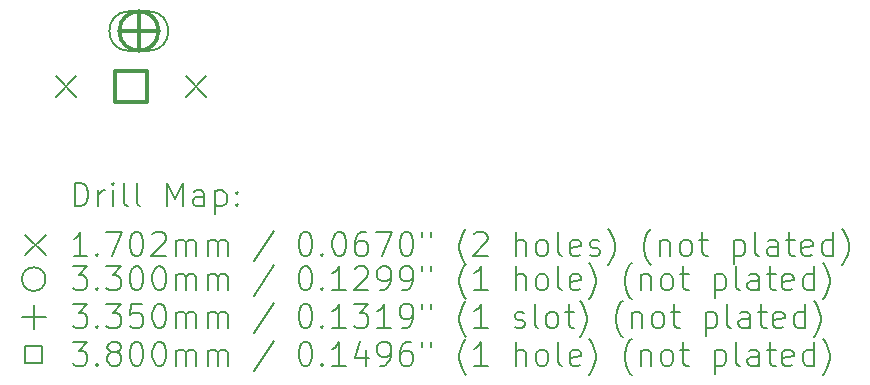
<source format=gbr>
%TF.GenerationSoftware,KiCad,Pcbnew,7.0.2*%
%TF.CreationDate,2023-05-08T22:38:28+02:00*%
%TF.ProjectId,verasity_PCB,76657261-7369-4747-995f-5043422e6b69,rev?*%
%TF.SameCoordinates,Original*%
%TF.FileFunction,Drillmap*%
%TF.FilePolarity,Positive*%
%FSLAX45Y45*%
G04 Gerber Fmt 4.5, Leading zero omitted, Abs format (unit mm)*
G04 Created by KiCad (PCBNEW 7.0.2) date 2023-05-08 22:38:28*
%MOMM*%
%LPD*%
G01*
G04 APERTURE LIST*
%ADD10C,0.200000*%
%ADD11C,0.170180*%
%ADD12C,0.330000*%
%ADD13C,0.335000*%
%ADD14C,0.380000*%
G04 APERTURE END LIST*
D10*
D11*
X3514285Y-9312910D02*
X3684465Y-9483090D01*
X3684465Y-9312910D02*
X3514285Y-9483090D01*
X4614285Y-9312910D02*
X4784465Y-9483090D01*
X4784465Y-9312910D02*
X4614285Y-9483090D01*
D12*
X4379375Y-8928000D02*
G75*
G03*
X4379375Y-8928000I-165000J0D01*
G01*
D13*
X4213375Y-8760700D02*
X4213375Y-9095700D01*
X4045875Y-8928200D02*
X4380875Y-8928200D01*
D10*
X4295875Y-8760700D02*
X4130875Y-8760700D01*
X4130875Y-8760700D02*
G75*
G03*
X4130875Y-9095700I0J-167500D01*
G01*
X4130875Y-9095700D02*
X4295875Y-9095700D01*
X4295875Y-9095700D02*
G75*
G03*
X4295875Y-8760700I0J167500D01*
G01*
D14*
X4283727Y-9532352D02*
X4283727Y-9263648D01*
X4015023Y-9263648D01*
X4015023Y-9532352D01*
X4283727Y-9532352D01*
D10*
X3671494Y-10411024D02*
X3671494Y-10211024D01*
X3671494Y-10211024D02*
X3719113Y-10211024D01*
X3719113Y-10211024D02*
X3747684Y-10220548D01*
X3747684Y-10220548D02*
X3766732Y-10239595D01*
X3766732Y-10239595D02*
X3776256Y-10258643D01*
X3776256Y-10258643D02*
X3785780Y-10296738D01*
X3785780Y-10296738D02*
X3785780Y-10325310D01*
X3785780Y-10325310D02*
X3776256Y-10363405D01*
X3776256Y-10363405D02*
X3766732Y-10382452D01*
X3766732Y-10382452D02*
X3747684Y-10401500D01*
X3747684Y-10401500D02*
X3719113Y-10411024D01*
X3719113Y-10411024D02*
X3671494Y-10411024D01*
X3871494Y-10411024D02*
X3871494Y-10277690D01*
X3871494Y-10315786D02*
X3881018Y-10296738D01*
X3881018Y-10296738D02*
X3890542Y-10287214D01*
X3890542Y-10287214D02*
X3909589Y-10277690D01*
X3909589Y-10277690D02*
X3928637Y-10277690D01*
X3995303Y-10411024D02*
X3995303Y-10277690D01*
X3995303Y-10211024D02*
X3985780Y-10220548D01*
X3985780Y-10220548D02*
X3995303Y-10230071D01*
X3995303Y-10230071D02*
X4004827Y-10220548D01*
X4004827Y-10220548D02*
X3995303Y-10211024D01*
X3995303Y-10211024D02*
X3995303Y-10230071D01*
X4119113Y-10411024D02*
X4100065Y-10401500D01*
X4100065Y-10401500D02*
X4090542Y-10382452D01*
X4090542Y-10382452D02*
X4090542Y-10211024D01*
X4223875Y-10411024D02*
X4204827Y-10401500D01*
X4204827Y-10401500D02*
X4195304Y-10382452D01*
X4195304Y-10382452D02*
X4195304Y-10211024D01*
X4452446Y-10411024D02*
X4452446Y-10211024D01*
X4452446Y-10211024D02*
X4519113Y-10353881D01*
X4519113Y-10353881D02*
X4585780Y-10211024D01*
X4585780Y-10211024D02*
X4585780Y-10411024D01*
X4766732Y-10411024D02*
X4766732Y-10306262D01*
X4766732Y-10306262D02*
X4757208Y-10287214D01*
X4757208Y-10287214D02*
X4738161Y-10277690D01*
X4738161Y-10277690D02*
X4700065Y-10277690D01*
X4700065Y-10277690D02*
X4681018Y-10287214D01*
X4766732Y-10401500D02*
X4747685Y-10411024D01*
X4747685Y-10411024D02*
X4700065Y-10411024D01*
X4700065Y-10411024D02*
X4681018Y-10401500D01*
X4681018Y-10401500D02*
X4671494Y-10382452D01*
X4671494Y-10382452D02*
X4671494Y-10363405D01*
X4671494Y-10363405D02*
X4681018Y-10344357D01*
X4681018Y-10344357D02*
X4700065Y-10334833D01*
X4700065Y-10334833D02*
X4747685Y-10334833D01*
X4747685Y-10334833D02*
X4766732Y-10325310D01*
X4861970Y-10277690D02*
X4861970Y-10477690D01*
X4861970Y-10287214D02*
X4881018Y-10277690D01*
X4881018Y-10277690D02*
X4919113Y-10277690D01*
X4919113Y-10277690D02*
X4938161Y-10287214D01*
X4938161Y-10287214D02*
X4947685Y-10296738D01*
X4947685Y-10296738D02*
X4957208Y-10315786D01*
X4957208Y-10315786D02*
X4957208Y-10372929D01*
X4957208Y-10372929D02*
X4947685Y-10391976D01*
X4947685Y-10391976D02*
X4938161Y-10401500D01*
X4938161Y-10401500D02*
X4919113Y-10411024D01*
X4919113Y-10411024D02*
X4881018Y-10411024D01*
X4881018Y-10411024D02*
X4861970Y-10401500D01*
X5042923Y-10391976D02*
X5052446Y-10401500D01*
X5052446Y-10401500D02*
X5042923Y-10411024D01*
X5042923Y-10411024D02*
X5033399Y-10401500D01*
X5033399Y-10401500D02*
X5042923Y-10391976D01*
X5042923Y-10391976D02*
X5042923Y-10411024D01*
X5042923Y-10287214D02*
X5052446Y-10296738D01*
X5052446Y-10296738D02*
X5042923Y-10306262D01*
X5042923Y-10306262D02*
X5033399Y-10296738D01*
X5033399Y-10296738D02*
X5042923Y-10287214D01*
X5042923Y-10287214D02*
X5042923Y-10306262D01*
D11*
X3253695Y-10653410D02*
X3423875Y-10823590D01*
X3423875Y-10653410D02*
X3253695Y-10823590D01*
D10*
X3776256Y-10831024D02*
X3661970Y-10831024D01*
X3719113Y-10831024D02*
X3719113Y-10631024D01*
X3719113Y-10631024D02*
X3700065Y-10659595D01*
X3700065Y-10659595D02*
X3681018Y-10678643D01*
X3681018Y-10678643D02*
X3661970Y-10688167D01*
X3861970Y-10811976D02*
X3871494Y-10821500D01*
X3871494Y-10821500D02*
X3861970Y-10831024D01*
X3861970Y-10831024D02*
X3852446Y-10821500D01*
X3852446Y-10821500D02*
X3861970Y-10811976D01*
X3861970Y-10811976D02*
X3861970Y-10831024D01*
X3938161Y-10631024D02*
X4071494Y-10631024D01*
X4071494Y-10631024D02*
X3985780Y-10831024D01*
X4185780Y-10631024D02*
X4204827Y-10631024D01*
X4204827Y-10631024D02*
X4223875Y-10640548D01*
X4223875Y-10640548D02*
X4233399Y-10650071D01*
X4233399Y-10650071D02*
X4242923Y-10669119D01*
X4242923Y-10669119D02*
X4252446Y-10707214D01*
X4252446Y-10707214D02*
X4252446Y-10754833D01*
X4252446Y-10754833D02*
X4242923Y-10792929D01*
X4242923Y-10792929D02*
X4233399Y-10811976D01*
X4233399Y-10811976D02*
X4223875Y-10821500D01*
X4223875Y-10821500D02*
X4204827Y-10831024D01*
X4204827Y-10831024D02*
X4185780Y-10831024D01*
X4185780Y-10831024D02*
X4166732Y-10821500D01*
X4166732Y-10821500D02*
X4157208Y-10811976D01*
X4157208Y-10811976D02*
X4147684Y-10792929D01*
X4147684Y-10792929D02*
X4138161Y-10754833D01*
X4138161Y-10754833D02*
X4138161Y-10707214D01*
X4138161Y-10707214D02*
X4147684Y-10669119D01*
X4147684Y-10669119D02*
X4157208Y-10650071D01*
X4157208Y-10650071D02*
X4166732Y-10640548D01*
X4166732Y-10640548D02*
X4185780Y-10631024D01*
X4328637Y-10650071D02*
X4338161Y-10640548D01*
X4338161Y-10640548D02*
X4357208Y-10631024D01*
X4357208Y-10631024D02*
X4404827Y-10631024D01*
X4404827Y-10631024D02*
X4423875Y-10640548D01*
X4423875Y-10640548D02*
X4433399Y-10650071D01*
X4433399Y-10650071D02*
X4442923Y-10669119D01*
X4442923Y-10669119D02*
X4442923Y-10688167D01*
X4442923Y-10688167D02*
X4433399Y-10716738D01*
X4433399Y-10716738D02*
X4319113Y-10831024D01*
X4319113Y-10831024D02*
X4442923Y-10831024D01*
X4528637Y-10831024D02*
X4528637Y-10697690D01*
X4528637Y-10716738D02*
X4538161Y-10707214D01*
X4538161Y-10707214D02*
X4557208Y-10697690D01*
X4557208Y-10697690D02*
X4585780Y-10697690D01*
X4585780Y-10697690D02*
X4604827Y-10707214D01*
X4604827Y-10707214D02*
X4614351Y-10726262D01*
X4614351Y-10726262D02*
X4614351Y-10831024D01*
X4614351Y-10726262D02*
X4623875Y-10707214D01*
X4623875Y-10707214D02*
X4642923Y-10697690D01*
X4642923Y-10697690D02*
X4671494Y-10697690D01*
X4671494Y-10697690D02*
X4690542Y-10707214D01*
X4690542Y-10707214D02*
X4700066Y-10726262D01*
X4700066Y-10726262D02*
X4700066Y-10831024D01*
X4795304Y-10831024D02*
X4795304Y-10697690D01*
X4795304Y-10716738D02*
X4804827Y-10707214D01*
X4804827Y-10707214D02*
X4823875Y-10697690D01*
X4823875Y-10697690D02*
X4852447Y-10697690D01*
X4852447Y-10697690D02*
X4871494Y-10707214D01*
X4871494Y-10707214D02*
X4881018Y-10726262D01*
X4881018Y-10726262D02*
X4881018Y-10831024D01*
X4881018Y-10726262D02*
X4890542Y-10707214D01*
X4890542Y-10707214D02*
X4909589Y-10697690D01*
X4909589Y-10697690D02*
X4938161Y-10697690D01*
X4938161Y-10697690D02*
X4957208Y-10707214D01*
X4957208Y-10707214D02*
X4966732Y-10726262D01*
X4966732Y-10726262D02*
X4966732Y-10831024D01*
X5357208Y-10621500D02*
X5185780Y-10878643D01*
X5614351Y-10631024D02*
X5633399Y-10631024D01*
X5633399Y-10631024D02*
X5652447Y-10640548D01*
X5652447Y-10640548D02*
X5661970Y-10650071D01*
X5661970Y-10650071D02*
X5671494Y-10669119D01*
X5671494Y-10669119D02*
X5681018Y-10707214D01*
X5681018Y-10707214D02*
X5681018Y-10754833D01*
X5681018Y-10754833D02*
X5671494Y-10792929D01*
X5671494Y-10792929D02*
X5661970Y-10811976D01*
X5661970Y-10811976D02*
X5652447Y-10821500D01*
X5652447Y-10821500D02*
X5633399Y-10831024D01*
X5633399Y-10831024D02*
X5614351Y-10831024D01*
X5614351Y-10831024D02*
X5595304Y-10821500D01*
X5595304Y-10821500D02*
X5585780Y-10811976D01*
X5585780Y-10811976D02*
X5576256Y-10792929D01*
X5576256Y-10792929D02*
X5566732Y-10754833D01*
X5566732Y-10754833D02*
X5566732Y-10707214D01*
X5566732Y-10707214D02*
X5576256Y-10669119D01*
X5576256Y-10669119D02*
X5585780Y-10650071D01*
X5585780Y-10650071D02*
X5595304Y-10640548D01*
X5595304Y-10640548D02*
X5614351Y-10631024D01*
X5766732Y-10811976D02*
X5776256Y-10821500D01*
X5776256Y-10821500D02*
X5766732Y-10831024D01*
X5766732Y-10831024D02*
X5757208Y-10821500D01*
X5757208Y-10821500D02*
X5766732Y-10811976D01*
X5766732Y-10811976D02*
X5766732Y-10831024D01*
X5900066Y-10631024D02*
X5919113Y-10631024D01*
X5919113Y-10631024D02*
X5938161Y-10640548D01*
X5938161Y-10640548D02*
X5947685Y-10650071D01*
X5947685Y-10650071D02*
X5957208Y-10669119D01*
X5957208Y-10669119D02*
X5966732Y-10707214D01*
X5966732Y-10707214D02*
X5966732Y-10754833D01*
X5966732Y-10754833D02*
X5957208Y-10792929D01*
X5957208Y-10792929D02*
X5947685Y-10811976D01*
X5947685Y-10811976D02*
X5938161Y-10821500D01*
X5938161Y-10821500D02*
X5919113Y-10831024D01*
X5919113Y-10831024D02*
X5900066Y-10831024D01*
X5900066Y-10831024D02*
X5881018Y-10821500D01*
X5881018Y-10821500D02*
X5871494Y-10811976D01*
X5871494Y-10811976D02*
X5861970Y-10792929D01*
X5861970Y-10792929D02*
X5852447Y-10754833D01*
X5852447Y-10754833D02*
X5852447Y-10707214D01*
X5852447Y-10707214D02*
X5861970Y-10669119D01*
X5861970Y-10669119D02*
X5871494Y-10650071D01*
X5871494Y-10650071D02*
X5881018Y-10640548D01*
X5881018Y-10640548D02*
X5900066Y-10631024D01*
X6138161Y-10631024D02*
X6100066Y-10631024D01*
X6100066Y-10631024D02*
X6081018Y-10640548D01*
X6081018Y-10640548D02*
X6071494Y-10650071D01*
X6071494Y-10650071D02*
X6052447Y-10678643D01*
X6052447Y-10678643D02*
X6042923Y-10716738D01*
X6042923Y-10716738D02*
X6042923Y-10792929D01*
X6042923Y-10792929D02*
X6052447Y-10811976D01*
X6052447Y-10811976D02*
X6061970Y-10821500D01*
X6061970Y-10821500D02*
X6081018Y-10831024D01*
X6081018Y-10831024D02*
X6119113Y-10831024D01*
X6119113Y-10831024D02*
X6138161Y-10821500D01*
X6138161Y-10821500D02*
X6147685Y-10811976D01*
X6147685Y-10811976D02*
X6157208Y-10792929D01*
X6157208Y-10792929D02*
X6157208Y-10745310D01*
X6157208Y-10745310D02*
X6147685Y-10726262D01*
X6147685Y-10726262D02*
X6138161Y-10716738D01*
X6138161Y-10716738D02*
X6119113Y-10707214D01*
X6119113Y-10707214D02*
X6081018Y-10707214D01*
X6081018Y-10707214D02*
X6061970Y-10716738D01*
X6061970Y-10716738D02*
X6052447Y-10726262D01*
X6052447Y-10726262D02*
X6042923Y-10745310D01*
X6223875Y-10631024D02*
X6357208Y-10631024D01*
X6357208Y-10631024D02*
X6271494Y-10831024D01*
X6471494Y-10631024D02*
X6490542Y-10631024D01*
X6490542Y-10631024D02*
X6509589Y-10640548D01*
X6509589Y-10640548D02*
X6519113Y-10650071D01*
X6519113Y-10650071D02*
X6528637Y-10669119D01*
X6528637Y-10669119D02*
X6538161Y-10707214D01*
X6538161Y-10707214D02*
X6538161Y-10754833D01*
X6538161Y-10754833D02*
X6528637Y-10792929D01*
X6528637Y-10792929D02*
X6519113Y-10811976D01*
X6519113Y-10811976D02*
X6509589Y-10821500D01*
X6509589Y-10821500D02*
X6490542Y-10831024D01*
X6490542Y-10831024D02*
X6471494Y-10831024D01*
X6471494Y-10831024D02*
X6452447Y-10821500D01*
X6452447Y-10821500D02*
X6442923Y-10811976D01*
X6442923Y-10811976D02*
X6433399Y-10792929D01*
X6433399Y-10792929D02*
X6423875Y-10754833D01*
X6423875Y-10754833D02*
X6423875Y-10707214D01*
X6423875Y-10707214D02*
X6433399Y-10669119D01*
X6433399Y-10669119D02*
X6442923Y-10650071D01*
X6442923Y-10650071D02*
X6452447Y-10640548D01*
X6452447Y-10640548D02*
X6471494Y-10631024D01*
X6614351Y-10631024D02*
X6614351Y-10669119D01*
X6690542Y-10631024D02*
X6690542Y-10669119D01*
X6985780Y-10907214D02*
X6976256Y-10897690D01*
X6976256Y-10897690D02*
X6957209Y-10869119D01*
X6957209Y-10869119D02*
X6947685Y-10850071D01*
X6947685Y-10850071D02*
X6938161Y-10821500D01*
X6938161Y-10821500D02*
X6928637Y-10773881D01*
X6928637Y-10773881D02*
X6928637Y-10735786D01*
X6928637Y-10735786D02*
X6938161Y-10688167D01*
X6938161Y-10688167D02*
X6947685Y-10659595D01*
X6947685Y-10659595D02*
X6957209Y-10640548D01*
X6957209Y-10640548D02*
X6976256Y-10611976D01*
X6976256Y-10611976D02*
X6985780Y-10602452D01*
X7052447Y-10650071D02*
X7061970Y-10640548D01*
X7061970Y-10640548D02*
X7081018Y-10631024D01*
X7081018Y-10631024D02*
X7128637Y-10631024D01*
X7128637Y-10631024D02*
X7147685Y-10640548D01*
X7147685Y-10640548D02*
X7157209Y-10650071D01*
X7157209Y-10650071D02*
X7166732Y-10669119D01*
X7166732Y-10669119D02*
X7166732Y-10688167D01*
X7166732Y-10688167D02*
X7157209Y-10716738D01*
X7157209Y-10716738D02*
X7042923Y-10831024D01*
X7042923Y-10831024D02*
X7166732Y-10831024D01*
X7404828Y-10831024D02*
X7404828Y-10631024D01*
X7490542Y-10831024D02*
X7490542Y-10726262D01*
X7490542Y-10726262D02*
X7481018Y-10707214D01*
X7481018Y-10707214D02*
X7461971Y-10697690D01*
X7461971Y-10697690D02*
X7433399Y-10697690D01*
X7433399Y-10697690D02*
X7414351Y-10707214D01*
X7414351Y-10707214D02*
X7404828Y-10716738D01*
X7614351Y-10831024D02*
X7595304Y-10821500D01*
X7595304Y-10821500D02*
X7585780Y-10811976D01*
X7585780Y-10811976D02*
X7576256Y-10792929D01*
X7576256Y-10792929D02*
X7576256Y-10735786D01*
X7576256Y-10735786D02*
X7585780Y-10716738D01*
X7585780Y-10716738D02*
X7595304Y-10707214D01*
X7595304Y-10707214D02*
X7614351Y-10697690D01*
X7614351Y-10697690D02*
X7642923Y-10697690D01*
X7642923Y-10697690D02*
X7661971Y-10707214D01*
X7661971Y-10707214D02*
X7671494Y-10716738D01*
X7671494Y-10716738D02*
X7681018Y-10735786D01*
X7681018Y-10735786D02*
X7681018Y-10792929D01*
X7681018Y-10792929D02*
X7671494Y-10811976D01*
X7671494Y-10811976D02*
X7661971Y-10821500D01*
X7661971Y-10821500D02*
X7642923Y-10831024D01*
X7642923Y-10831024D02*
X7614351Y-10831024D01*
X7795304Y-10831024D02*
X7776256Y-10821500D01*
X7776256Y-10821500D02*
X7766732Y-10802452D01*
X7766732Y-10802452D02*
X7766732Y-10631024D01*
X7947685Y-10821500D02*
X7928637Y-10831024D01*
X7928637Y-10831024D02*
X7890542Y-10831024D01*
X7890542Y-10831024D02*
X7871494Y-10821500D01*
X7871494Y-10821500D02*
X7861971Y-10802452D01*
X7861971Y-10802452D02*
X7861971Y-10726262D01*
X7861971Y-10726262D02*
X7871494Y-10707214D01*
X7871494Y-10707214D02*
X7890542Y-10697690D01*
X7890542Y-10697690D02*
X7928637Y-10697690D01*
X7928637Y-10697690D02*
X7947685Y-10707214D01*
X7947685Y-10707214D02*
X7957209Y-10726262D01*
X7957209Y-10726262D02*
X7957209Y-10745310D01*
X7957209Y-10745310D02*
X7861971Y-10764357D01*
X8033399Y-10821500D02*
X8052447Y-10831024D01*
X8052447Y-10831024D02*
X8090542Y-10831024D01*
X8090542Y-10831024D02*
X8109590Y-10821500D01*
X8109590Y-10821500D02*
X8119113Y-10802452D01*
X8119113Y-10802452D02*
X8119113Y-10792929D01*
X8119113Y-10792929D02*
X8109590Y-10773881D01*
X8109590Y-10773881D02*
X8090542Y-10764357D01*
X8090542Y-10764357D02*
X8061971Y-10764357D01*
X8061971Y-10764357D02*
X8042923Y-10754833D01*
X8042923Y-10754833D02*
X8033399Y-10735786D01*
X8033399Y-10735786D02*
X8033399Y-10726262D01*
X8033399Y-10726262D02*
X8042923Y-10707214D01*
X8042923Y-10707214D02*
X8061971Y-10697690D01*
X8061971Y-10697690D02*
X8090542Y-10697690D01*
X8090542Y-10697690D02*
X8109590Y-10707214D01*
X8185780Y-10907214D02*
X8195304Y-10897690D01*
X8195304Y-10897690D02*
X8214352Y-10869119D01*
X8214352Y-10869119D02*
X8223875Y-10850071D01*
X8223875Y-10850071D02*
X8233399Y-10821500D01*
X8233399Y-10821500D02*
X8242923Y-10773881D01*
X8242923Y-10773881D02*
X8242923Y-10735786D01*
X8242923Y-10735786D02*
X8233399Y-10688167D01*
X8233399Y-10688167D02*
X8223875Y-10659595D01*
X8223875Y-10659595D02*
X8214352Y-10640548D01*
X8214352Y-10640548D02*
X8195304Y-10611976D01*
X8195304Y-10611976D02*
X8185780Y-10602452D01*
X8547685Y-10907214D02*
X8538161Y-10897690D01*
X8538161Y-10897690D02*
X8519114Y-10869119D01*
X8519114Y-10869119D02*
X8509590Y-10850071D01*
X8509590Y-10850071D02*
X8500066Y-10821500D01*
X8500066Y-10821500D02*
X8490542Y-10773881D01*
X8490542Y-10773881D02*
X8490542Y-10735786D01*
X8490542Y-10735786D02*
X8500066Y-10688167D01*
X8500066Y-10688167D02*
X8509590Y-10659595D01*
X8509590Y-10659595D02*
X8519114Y-10640548D01*
X8519114Y-10640548D02*
X8538161Y-10611976D01*
X8538161Y-10611976D02*
X8547685Y-10602452D01*
X8623875Y-10697690D02*
X8623875Y-10831024D01*
X8623875Y-10716738D02*
X8633399Y-10707214D01*
X8633399Y-10707214D02*
X8652447Y-10697690D01*
X8652447Y-10697690D02*
X8681018Y-10697690D01*
X8681018Y-10697690D02*
X8700066Y-10707214D01*
X8700066Y-10707214D02*
X8709590Y-10726262D01*
X8709590Y-10726262D02*
X8709590Y-10831024D01*
X8833399Y-10831024D02*
X8814352Y-10821500D01*
X8814352Y-10821500D02*
X8804828Y-10811976D01*
X8804828Y-10811976D02*
X8795304Y-10792929D01*
X8795304Y-10792929D02*
X8795304Y-10735786D01*
X8795304Y-10735786D02*
X8804828Y-10716738D01*
X8804828Y-10716738D02*
X8814352Y-10707214D01*
X8814352Y-10707214D02*
X8833399Y-10697690D01*
X8833399Y-10697690D02*
X8861971Y-10697690D01*
X8861971Y-10697690D02*
X8881018Y-10707214D01*
X8881018Y-10707214D02*
X8890542Y-10716738D01*
X8890542Y-10716738D02*
X8900066Y-10735786D01*
X8900066Y-10735786D02*
X8900066Y-10792929D01*
X8900066Y-10792929D02*
X8890542Y-10811976D01*
X8890542Y-10811976D02*
X8881018Y-10821500D01*
X8881018Y-10821500D02*
X8861971Y-10831024D01*
X8861971Y-10831024D02*
X8833399Y-10831024D01*
X8957209Y-10697690D02*
X9033399Y-10697690D01*
X8985780Y-10631024D02*
X8985780Y-10802452D01*
X8985780Y-10802452D02*
X8995304Y-10821500D01*
X8995304Y-10821500D02*
X9014352Y-10831024D01*
X9014352Y-10831024D02*
X9033399Y-10831024D01*
X9252447Y-10697690D02*
X9252447Y-10897690D01*
X9252447Y-10707214D02*
X9271495Y-10697690D01*
X9271495Y-10697690D02*
X9309590Y-10697690D01*
X9309590Y-10697690D02*
X9328637Y-10707214D01*
X9328637Y-10707214D02*
X9338161Y-10716738D01*
X9338161Y-10716738D02*
X9347685Y-10735786D01*
X9347685Y-10735786D02*
X9347685Y-10792929D01*
X9347685Y-10792929D02*
X9338161Y-10811976D01*
X9338161Y-10811976D02*
X9328637Y-10821500D01*
X9328637Y-10821500D02*
X9309590Y-10831024D01*
X9309590Y-10831024D02*
X9271495Y-10831024D01*
X9271495Y-10831024D02*
X9252447Y-10821500D01*
X9461971Y-10831024D02*
X9442923Y-10821500D01*
X9442923Y-10821500D02*
X9433399Y-10802452D01*
X9433399Y-10802452D02*
X9433399Y-10631024D01*
X9623876Y-10831024D02*
X9623876Y-10726262D01*
X9623876Y-10726262D02*
X9614352Y-10707214D01*
X9614352Y-10707214D02*
X9595304Y-10697690D01*
X9595304Y-10697690D02*
X9557209Y-10697690D01*
X9557209Y-10697690D02*
X9538161Y-10707214D01*
X9623876Y-10821500D02*
X9604828Y-10831024D01*
X9604828Y-10831024D02*
X9557209Y-10831024D01*
X9557209Y-10831024D02*
X9538161Y-10821500D01*
X9538161Y-10821500D02*
X9528637Y-10802452D01*
X9528637Y-10802452D02*
X9528637Y-10783405D01*
X9528637Y-10783405D02*
X9538161Y-10764357D01*
X9538161Y-10764357D02*
X9557209Y-10754833D01*
X9557209Y-10754833D02*
X9604828Y-10754833D01*
X9604828Y-10754833D02*
X9623876Y-10745310D01*
X9690542Y-10697690D02*
X9766733Y-10697690D01*
X9719114Y-10631024D02*
X9719114Y-10802452D01*
X9719114Y-10802452D02*
X9728637Y-10821500D01*
X9728637Y-10821500D02*
X9747685Y-10831024D01*
X9747685Y-10831024D02*
X9766733Y-10831024D01*
X9909590Y-10821500D02*
X9890542Y-10831024D01*
X9890542Y-10831024D02*
X9852447Y-10831024D01*
X9852447Y-10831024D02*
X9833399Y-10821500D01*
X9833399Y-10821500D02*
X9823876Y-10802452D01*
X9823876Y-10802452D02*
X9823876Y-10726262D01*
X9823876Y-10726262D02*
X9833399Y-10707214D01*
X9833399Y-10707214D02*
X9852447Y-10697690D01*
X9852447Y-10697690D02*
X9890542Y-10697690D01*
X9890542Y-10697690D02*
X9909590Y-10707214D01*
X9909590Y-10707214D02*
X9919114Y-10726262D01*
X9919114Y-10726262D02*
X9919114Y-10745310D01*
X9919114Y-10745310D02*
X9823876Y-10764357D01*
X10090542Y-10831024D02*
X10090542Y-10631024D01*
X10090542Y-10821500D02*
X10071495Y-10831024D01*
X10071495Y-10831024D02*
X10033399Y-10831024D01*
X10033399Y-10831024D02*
X10014352Y-10821500D01*
X10014352Y-10821500D02*
X10004828Y-10811976D01*
X10004828Y-10811976D02*
X9995304Y-10792929D01*
X9995304Y-10792929D02*
X9995304Y-10735786D01*
X9995304Y-10735786D02*
X10004828Y-10716738D01*
X10004828Y-10716738D02*
X10014352Y-10707214D01*
X10014352Y-10707214D02*
X10033399Y-10697690D01*
X10033399Y-10697690D02*
X10071495Y-10697690D01*
X10071495Y-10697690D02*
X10090542Y-10707214D01*
X10166733Y-10907214D02*
X10176257Y-10897690D01*
X10176257Y-10897690D02*
X10195304Y-10869119D01*
X10195304Y-10869119D02*
X10204828Y-10850071D01*
X10204828Y-10850071D02*
X10214352Y-10821500D01*
X10214352Y-10821500D02*
X10223876Y-10773881D01*
X10223876Y-10773881D02*
X10223876Y-10735786D01*
X10223876Y-10735786D02*
X10214352Y-10688167D01*
X10214352Y-10688167D02*
X10204828Y-10659595D01*
X10204828Y-10659595D02*
X10195304Y-10640548D01*
X10195304Y-10640548D02*
X10176257Y-10611976D01*
X10176257Y-10611976D02*
X10166733Y-10602452D01*
X3423875Y-11028680D02*
G75*
G03*
X3423875Y-11028680I-100000J0D01*
G01*
X3652446Y-10921204D02*
X3776256Y-10921204D01*
X3776256Y-10921204D02*
X3709589Y-10997394D01*
X3709589Y-10997394D02*
X3738161Y-10997394D01*
X3738161Y-10997394D02*
X3757208Y-11006918D01*
X3757208Y-11006918D02*
X3766732Y-11016442D01*
X3766732Y-11016442D02*
X3776256Y-11035490D01*
X3776256Y-11035490D02*
X3776256Y-11083109D01*
X3776256Y-11083109D02*
X3766732Y-11102156D01*
X3766732Y-11102156D02*
X3757208Y-11111680D01*
X3757208Y-11111680D02*
X3738161Y-11121204D01*
X3738161Y-11121204D02*
X3681018Y-11121204D01*
X3681018Y-11121204D02*
X3661970Y-11111680D01*
X3661970Y-11111680D02*
X3652446Y-11102156D01*
X3861970Y-11102156D02*
X3871494Y-11111680D01*
X3871494Y-11111680D02*
X3861970Y-11121204D01*
X3861970Y-11121204D02*
X3852446Y-11111680D01*
X3852446Y-11111680D02*
X3861970Y-11102156D01*
X3861970Y-11102156D02*
X3861970Y-11121204D01*
X3938161Y-10921204D02*
X4061970Y-10921204D01*
X4061970Y-10921204D02*
X3995303Y-10997394D01*
X3995303Y-10997394D02*
X4023875Y-10997394D01*
X4023875Y-10997394D02*
X4042923Y-11006918D01*
X4042923Y-11006918D02*
X4052446Y-11016442D01*
X4052446Y-11016442D02*
X4061970Y-11035490D01*
X4061970Y-11035490D02*
X4061970Y-11083109D01*
X4061970Y-11083109D02*
X4052446Y-11102156D01*
X4052446Y-11102156D02*
X4042923Y-11111680D01*
X4042923Y-11111680D02*
X4023875Y-11121204D01*
X4023875Y-11121204D02*
X3966732Y-11121204D01*
X3966732Y-11121204D02*
X3947684Y-11111680D01*
X3947684Y-11111680D02*
X3938161Y-11102156D01*
X4185780Y-10921204D02*
X4204827Y-10921204D01*
X4204827Y-10921204D02*
X4223875Y-10930728D01*
X4223875Y-10930728D02*
X4233399Y-10940251D01*
X4233399Y-10940251D02*
X4242923Y-10959299D01*
X4242923Y-10959299D02*
X4252446Y-10997394D01*
X4252446Y-10997394D02*
X4252446Y-11045013D01*
X4252446Y-11045013D02*
X4242923Y-11083109D01*
X4242923Y-11083109D02*
X4233399Y-11102156D01*
X4233399Y-11102156D02*
X4223875Y-11111680D01*
X4223875Y-11111680D02*
X4204827Y-11121204D01*
X4204827Y-11121204D02*
X4185780Y-11121204D01*
X4185780Y-11121204D02*
X4166732Y-11111680D01*
X4166732Y-11111680D02*
X4157208Y-11102156D01*
X4157208Y-11102156D02*
X4147684Y-11083109D01*
X4147684Y-11083109D02*
X4138161Y-11045013D01*
X4138161Y-11045013D02*
X4138161Y-10997394D01*
X4138161Y-10997394D02*
X4147684Y-10959299D01*
X4147684Y-10959299D02*
X4157208Y-10940251D01*
X4157208Y-10940251D02*
X4166732Y-10930728D01*
X4166732Y-10930728D02*
X4185780Y-10921204D01*
X4376256Y-10921204D02*
X4395304Y-10921204D01*
X4395304Y-10921204D02*
X4414351Y-10930728D01*
X4414351Y-10930728D02*
X4423875Y-10940251D01*
X4423875Y-10940251D02*
X4433399Y-10959299D01*
X4433399Y-10959299D02*
X4442923Y-10997394D01*
X4442923Y-10997394D02*
X4442923Y-11045013D01*
X4442923Y-11045013D02*
X4433399Y-11083109D01*
X4433399Y-11083109D02*
X4423875Y-11102156D01*
X4423875Y-11102156D02*
X4414351Y-11111680D01*
X4414351Y-11111680D02*
X4395304Y-11121204D01*
X4395304Y-11121204D02*
X4376256Y-11121204D01*
X4376256Y-11121204D02*
X4357208Y-11111680D01*
X4357208Y-11111680D02*
X4347685Y-11102156D01*
X4347685Y-11102156D02*
X4338161Y-11083109D01*
X4338161Y-11083109D02*
X4328637Y-11045013D01*
X4328637Y-11045013D02*
X4328637Y-10997394D01*
X4328637Y-10997394D02*
X4338161Y-10959299D01*
X4338161Y-10959299D02*
X4347685Y-10940251D01*
X4347685Y-10940251D02*
X4357208Y-10930728D01*
X4357208Y-10930728D02*
X4376256Y-10921204D01*
X4528637Y-11121204D02*
X4528637Y-10987870D01*
X4528637Y-11006918D02*
X4538161Y-10997394D01*
X4538161Y-10997394D02*
X4557208Y-10987870D01*
X4557208Y-10987870D02*
X4585780Y-10987870D01*
X4585780Y-10987870D02*
X4604827Y-10997394D01*
X4604827Y-10997394D02*
X4614351Y-11016442D01*
X4614351Y-11016442D02*
X4614351Y-11121204D01*
X4614351Y-11016442D02*
X4623875Y-10997394D01*
X4623875Y-10997394D02*
X4642923Y-10987870D01*
X4642923Y-10987870D02*
X4671494Y-10987870D01*
X4671494Y-10987870D02*
X4690542Y-10997394D01*
X4690542Y-10997394D02*
X4700066Y-11016442D01*
X4700066Y-11016442D02*
X4700066Y-11121204D01*
X4795304Y-11121204D02*
X4795304Y-10987870D01*
X4795304Y-11006918D02*
X4804827Y-10997394D01*
X4804827Y-10997394D02*
X4823875Y-10987870D01*
X4823875Y-10987870D02*
X4852447Y-10987870D01*
X4852447Y-10987870D02*
X4871494Y-10997394D01*
X4871494Y-10997394D02*
X4881018Y-11016442D01*
X4881018Y-11016442D02*
X4881018Y-11121204D01*
X4881018Y-11016442D02*
X4890542Y-10997394D01*
X4890542Y-10997394D02*
X4909589Y-10987870D01*
X4909589Y-10987870D02*
X4938161Y-10987870D01*
X4938161Y-10987870D02*
X4957208Y-10997394D01*
X4957208Y-10997394D02*
X4966732Y-11016442D01*
X4966732Y-11016442D02*
X4966732Y-11121204D01*
X5357208Y-10911680D02*
X5185780Y-11168823D01*
X5614351Y-10921204D02*
X5633399Y-10921204D01*
X5633399Y-10921204D02*
X5652447Y-10930728D01*
X5652447Y-10930728D02*
X5661970Y-10940251D01*
X5661970Y-10940251D02*
X5671494Y-10959299D01*
X5671494Y-10959299D02*
X5681018Y-10997394D01*
X5681018Y-10997394D02*
X5681018Y-11045013D01*
X5681018Y-11045013D02*
X5671494Y-11083109D01*
X5671494Y-11083109D02*
X5661970Y-11102156D01*
X5661970Y-11102156D02*
X5652447Y-11111680D01*
X5652447Y-11111680D02*
X5633399Y-11121204D01*
X5633399Y-11121204D02*
X5614351Y-11121204D01*
X5614351Y-11121204D02*
X5595304Y-11111680D01*
X5595304Y-11111680D02*
X5585780Y-11102156D01*
X5585780Y-11102156D02*
X5576256Y-11083109D01*
X5576256Y-11083109D02*
X5566732Y-11045013D01*
X5566732Y-11045013D02*
X5566732Y-10997394D01*
X5566732Y-10997394D02*
X5576256Y-10959299D01*
X5576256Y-10959299D02*
X5585780Y-10940251D01*
X5585780Y-10940251D02*
X5595304Y-10930728D01*
X5595304Y-10930728D02*
X5614351Y-10921204D01*
X5766732Y-11102156D02*
X5776256Y-11111680D01*
X5776256Y-11111680D02*
X5766732Y-11121204D01*
X5766732Y-11121204D02*
X5757208Y-11111680D01*
X5757208Y-11111680D02*
X5766732Y-11102156D01*
X5766732Y-11102156D02*
X5766732Y-11121204D01*
X5966732Y-11121204D02*
X5852447Y-11121204D01*
X5909589Y-11121204D02*
X5909589Y-10921204D01*
X5909589Y-10921204D02*
X5890542Y-10949775D01*
X5890542Y-10949775D02*
X5871494Y-10968823D01*
X5871494Y-10968823D02*
X5852447Y-10978347D01*
X6042923Y-10940251D02*
X6052447Y-10930728D01*
X6052447Y-10930728D02*
X6071494Y-10921204D01*
X6071494Y-10921204D02*
X6119113Y-10921204D01*
X6119113Y-10921204D02*
X6138161Y-10930728D01*
X6138161Y-10930728D02*
X6147685Y-10940251D01*
X6147685Y-10940251D02*
X6157208Y-10959299D01*
X6157208Y-10959299D02*
X6157208Y-10978347D01*
X6157208Y-10978347D02*
X6147685Y-11006918D01*
X6147685Y-11006918D02*
X6033399Y-11121204D01*
X6033399Y-11121204D02*
X6157208Y-11121204D01*
X6252447Y-11121204D02*
X6290542Y-11121204D01*
X6290542Y-11121204D02*
X6309589Y-11111680D01*
X6309589Y-11111680D02*
X6319113Y-11102156D01*
X6319113Y-11102156D02*
X6338161Y-11073585D01*
X6338161Y-11073585D02*
X6347685Y-11035490D01*
X6347685Y-11035490D02*
X6347685Y-10959299D01*
X6347685Y-10959299D02*
X6338161Y-10940251D01*
X6338161Y-10940251D02*
X6328637Y-10930728D01*
X6328637Y-10930728D02*
X6309589Y-10921204D01*
X6309589Y-10921204D02*
X6271494Y-10921204D01*
X6271494Y-10921204D02*
X6252447Y-10930728D01*
X6252447Y-10930728D02*
X6242923Y-10940251D01*
X6242923Y-10940251D02*
X6233399Y-10959299D01*
X6233399Y-10959299D02*
X6233399Y-11006918D01*
X6233399Y-11006918D02*
X6242923Y-11025966D01*
X6242923Y-11025966D02*
X6252447Y-11035490D01*
X6252447Y-11035490D02*
X6271494Y-11045013D01*
X6271494Y-11045013D02*
X6309589Y-11045013D01*
X6309589Y-11045013D02*
X6328637Y-11035490D01*
X6328637Y-11035490D02*
X6338161Y-11025966D01*
X6338161Y-11025966D02*
X6347685Y-11006918D01*
X6442923Y-11121204D02*
X6481018Y-11121204D01*
X6481018Y-11121204D02*
X6500066Y-11111680D01*
X6500066Y-11111680D02*
X6509589Y-11102156D01*
X6509589Y-11102156D02*
X6528637Y-11073585D01*
X6528637Y-11073585D02*
X6538161Y-11035490D01*
X6538161Y-11035490D02*
X6538161Y-10959299D01*
X6538161Y-10959299D02*
X6528637Y-10940251D01*
X6528637Y-10940251D02*
X6519113Y-10930728D01*
X6519113Y-10930728D02*
X6500066Y-10921204D01*
X6500066Y-10921204D02*
X6461970Y-10921204D01*
X6461970Y-10921204D02*
X6442923Y-10930728D01*
X6442923Y-10930728D02*
X6433399Y-10940251D01*
X6433399Y-10940251D02*
X6423875Y-10959299D01*
X6423875Y-10959299D02*
X6423875Y-11006918D01*
X6423875Y-11006918D02*
X6433399Y-11025966D01*
X6433399Y-11025966D02*
X6442923Y-11035490D01*
X6442923Y-11035490D02*
X6461970Y-11045013D01*
X6461970Y-11045013D02*
X6500066Y-11045013D01*
X6500066Y-11045013D02*
X6519113Y-11035490D01*
X6519113Y-11035490D02*
X6528637Y-11025966D01*
X6528637Y-11025966D02*
X6538161Y-11006918D01*
X6614351Y-10921204D02*
X6614351Y-10959299D01*
X6690542Y-10921204D02*
X6690542Y-10959299D01*
X6985780Y-11197394D02*
X6976256Y-11187870D01*
X6976256Y-11187870D02*
X6957209Y-11159299D01*
X6957209Y-11159299D02*
X6947685Y-11140251D01*
X6947685Y-11140251D02*
X6938161Y-11111680D01*
X6938161Y-11111680D02*
X6928637Y-11064061D01*
X6928637Y-11064061D02*
X6928637Y-11025966D01*
X6928637Y-11025966D02*
X6938161Y-10978347D01*
X6938161Y-10978347D02*
X6947685Y-10949775D01*
X6947685Y-10949775D02*
X6957209Y-10930728D01*
X6957209Y-10930728D02*
X6976256Y-10902156D01*
X6976256Y-10902156D02*
X6985780Y-10892632D01*
X7166732Y-11121204D02*
X7052447Y-11121204D01*
X7109589Y-11121204D02*
X7109589Y-10921204D01*
X7109589Y-10921204D02*
X7090542Y-10949775D01*
X7090542Y-10949775D02*
X7071494Y-10968823D01*
X7071494Y-10968823D02*
X7052447Y-10978347D01*
X7404828Y-11121204D02*
X7404828Y-10921204D01*
X7490542Y-11121204D02*
X7490542Y-11016442D01*
X7490542Y-11016442D02*
X7481018Y-10997394D01*
X7481018Y-10997394D02*
X7461971Y-10987870D01*
X7461971Y-10987870D02*
X7433399Y-10987870D01*
X7433399Y-10987870D02*
X7414351Y-10997394D01*
X7414351Y-10997394D02*
X7404828Y-11006918D01*
X7614351Y-11121204D02*
X7595304Y-11111680D01*
X7595304Y-11111680D02*
X7585780Y-11102156D01*
X7585780Y-11102156D02*
X7576256Y-11083109D01*
X7576256Y-11083109D02*
X7576256Y-11025966D01*
X7576256Y-11025966D02*
X7585780Y-11006918D01*
X7585780Y-11006918D02*
X7595304Y-10997394D01*
X7595304Y-10997394D02*
X7614351Y-10987870D01*
X7614351Y-10987870D02*
X7642923Y-10987870D01*
X7642923Y-10987870D02*
X7661971Y-10997394D01*
X7661971Y-10997394D02*
X7671494Y-11006918D01*
X7671494Y-11006918D02*
X7681018Y-11025966D01*
X7681018Y-11025966D02*
X7681018Y-11083109D01*
X7681018Y-11083109D02*
X7671494Y-11102156D01*
X7671494Y-11102156D02*
X7661971Y-11111680D01*
X7661971Y-11111680D02*
X7642923Y-11121204D01*
X7642923Y-11121204D02*
X7614351Y-11121204D01*
X7795304Y-11121204D02*
X7776256Y-11111680D01*
X7776256Y-11111680D02*
X7766732Y-11092632D01*
X7766732Y-11092632D02*
X7766732Y-10921204D01*
X7947685Y-11111680D02*
X7928637Y-11121204D01*
X7928637Y-11121204D02*
X7890542Y-11121204D01*
X7890542Y-11121204D02*
X7871494Y-11111680D01*
X7871494Y-11111680D02*
X7861971Y-11092632D01*
X7861971Y-11092632D02*
X7861971Y-11016442D01*
X7861971Y-11016442D02*
X7871494Y-10997394D01*
X7871494Y-10997394D02*
X7890542Y-10987870D01*
X7890542Y-10987870D02*
X7928637Y-10987870D01*
X7928637Y-10987870D02*
X7947685Y-10997394D01*
X7947685Y-10997394D02*
X7957209Y-11016442D01*
X7957209Y-11016442D02*
X7957209Y-11035490D01*
X7957209Y-11035490D02*
X7861971Y-11054537D01*
X8023875Y-11197394D02*
X8033399Y-11187870D01*
X8033399Y-11187870D02*
X8052447Y-11159299D01*
X8052447Y-11159299D02*
X8061971Y-11140251D01*
X8061971Y-11140251D02*
X8071494Y-11111680D01*
X8071494Y-11111680D02*
X8081018Y-11064061D01*
X8081018Y-11064061D02*
X8081018Y-11025966D01*
X8081018Y-11025966D02*
X8071494Y-10978347D01*
X8071494Y-10978347D02*
X8061971Y-10949775D01*
X8061971Y-10949775D02*
X8052447Y-10930728D01*
X8052447Y-10930728D02*
X8033399Y-10902156D01*
X8033399Y-10902156D02*
X8023875Y-10892632D01*
X8385780Y-11197394D02*
X8376256Y-11187870D01*
X8376256Y-11187870D02*
X8357209Y-11159299D01*
X8357209Y-11159299D02*
X8347685Y-11140251D01*
X8347685Y-11140251D02*
X8338161Y-11111680D01*
X8338161Y-11111680D02*
X8328637Y-11064061D01*
X8328637Y-11064061D02*
X8328637Y-11025966D01*
X8328637Y-11025966D02*
X8338161Y-10978347D01*
X8338161Y-10978347D02*
X8347685Y-10949775D01*
X8347685Y-10949775D02*
X8357209Y-10930728D01*
X8357209Y-10930728D02*
X8376256Y-10902156D01*
X8376256Y-10902156D02*
X8385780Y-10892632D01*
X8461971Y-10987870D02*
X8461971Y-11121204D01*
X8461971Y-11006918D02*
X8471494Y-10997394D01*
X8471494Y-10997394D02*
X8490542Y-10987870D01*
X8490542Y-10987870D02*
X8519114Y-10987870D01*
X8519114Y-10987870D02*
X8538161Y-10997394D01*
X8538161Y-10997394D02*
X8547685Y-11016442D01*
X8547685Y-11016442D02*
X8547685Y-11121204D01*
X8671494Y-11121204D02*
X8652447Y-11111680D01*
X8652447Y-11111680D02*
X8642923Y-11102156D01*
X8642923Y-11102156D02*
X8633399Y-11083109D01*
X8633399Y-11083109D02*
X8633399Y-11025966D01*
X8633399Y-11025966D02*
X8642923Y-11006918D01*
X8642923Y-11006918D02*
X8652447Y-10997394D01*
X8652447Y-10997394D02*
X8671494Y-10987870D01*
X8671494Y-10987870D02*
X8700066Y-10987870D01*
X8700066Y-10987870D02*
X8719114Y-10997394D01*
X8719114Y-10997394D02*
X8728637Y-11006918D01*
X8728637Y-11006918D02*
X8738161Y-11025966D01*
X8738161Y-11025966D02*
X8738161Y-11083109D01*
X8738161Y-11083109D02*
X8728637Y-11102156D01*
X8728637Y-11102156D02*
X8719114Y-11111680D01*
X8719114Y-11111680D02*
X8700066Y-11121204D01*
X8700066Y-11121204D02*
X8671494Y-11121204D01*
X8795304Y-10987870D02*
X8871494Y-10987870D01*
X8823875Y-10921204D02*
X8823875Y-11092632D01*
X8823875Y-11092632D02*
X8833399Y-11111680D01*
X8833399Y-11111680D02*
X8852447Y-11121204D01*
X8852447Y-11121204D02*
X8871494Y-11121204D01*
X9090542Y-10987870D02*
X9090542Y-11187870D01*
X9090542Y-10997394D02*
X9109590Y-10987870D01*
X9109590Y-10987870D02*
X9147685Y-10987870D01*
X9147685Y-10987870D02*
X9166733Y-10997394D01*
X9166733Y-10997394D02*
X9176256Y-11006918D01*
X9176256Y-11006918D02*
X9185780Y-11025966D01*
X9185780Y-11025966D02*
X9185780Y-11083109D01*
X9185780Y-11083109D02*
X9176256Y-11102156D01*
X9176256Y-11102156D02*
X9166733Y-11111680D01*
X9166733Y-11111680D02*
X9147685Y-11121204D01*
X9147685Y-11121204D02*
X9109590Y-11121204D01*
X9109590Y-11121204D02*
X9090542Y-11111680D01*
X9300066Y-11121204D02*
X9281018Y-11111680D01*
X9281018Y-11111680D02*
X9271495Y-11092632D01*
X9271495Y-11092632D02*
X9271495Y-10921204D01*
X9461971Y-11121204D02*
X9461971Y-11016442D01*
X9461971Y-11016442D02*
X9452447Y-10997394D01*
X9452447Y-10997394D02*
X9433399Y-10987870D01*
X9433399Y-10987870D02*
X9395304Y-10987870D01*
X9395304Y-10987870D02*
X9376256Y-10997394D01*
X9461971Y-11111680D02*
X9442923Y-11121204D01*
X9442923Y-11121204D02*
X9395304Y-11121204D01*
X9395304Y-11121204D02*
X9376256Y-11111680D01*
X9376256Y-11111680D02*
X9366733Y-11092632D01*
X9366733Y-11092632D02*
X9366733Y-11073585D01*
X9366733Y-11073585D02*
X9376256Y-11054537D01*
X9376256Y-11054537D02*
X9395304Y-11045013D01*
X9395304Y-11045013D02*
X9442923Y-11045013D01*
X9442923Y-11045013D02*
X9461971Y-11035490D01*
X9528637Y-10987870D02*
X9604828Y-10987870D01*
X9557209Y-10921204D02*
X9557209Y-11092632D01*
X9557209Y-11092632D02*
X9566733Y-11111680D01*
X9566733Y-11111680D02*
X9585780Y-11121204D01*
X9585780Y-11121204D02*
X9604828Y-11121204D01*
X9747685Y-11111680D02*
X9728637Y-11121204D01*
X9728637Y-11121204D02*
X9690542Y-11121204D01*
X9690542Y-11121204D02*
X9671495Y-11111680D01*
X9671495Y-11111680D02*
X9661971Y-11092632D01*
X9661971Y-11092632D02*
X9661971Y-11016442D01*
X9661971Y-11016442D02*
X9671495Y-10997394D01*
X9671495Y-10997394D02*
X9690542Y-10987870D01*
X9690542Y-10987870D02*
X9728637Y-10987870D01*
X9728637Y-10987870D02*
X9747685Y-10997394D01*
X9747685Y-10997394D02*
X9757209Y-11016442D01*
X9757209Y-11016442D02*
X9757209Y-11035490D01*
X9757209Y-11035490D02*
X9661971Y-11054537D01*
X9928637Y-11121204D02*
X9928637Y-10921204D01*
X9928637Y-11111680D02*
X9909590Y-11121204D01*
X9909590Y-11121204D02*
X9871495Y-11121204D01*
X9871495Y-11121204D02*
X9852447Y-11111680D01*
X9852447Y-11111680D02*
X9842923Y-11102156D01*
X9842923Y-11102156D02*
X9833399Y-11083109D01*
X9833399Y-11083109D02*
X9833399Y-11025966D01*
X9833399Y-11025966D02*
X9842923Y-11006918D01*
X9842923Y-11006918D02*
X9852447Y-10997394D01*
X9852447Y-10997394D02*
X9871495Y-10987870D01*
X9871495Y-10987870D02*
X9909590Y-10987870D01*
X9909590Y-10987870D02*
X9928637Y-10997394D01*
X10004828Y-11197394D02*
X10014352Y-11187870D01*
X10014352Y-11187870D02*
X10033399Y-11159299D01*
X10033399Y-11159299D02*
X10042923Y-11140251D01*
X10042923Y-11140251D02*
X10052447Y-11111680D01*
X10052447Y-11111680D02*
X10061971Y-11064061D01*
X10061971Y-11064061D02*
X10061971Y-11025966D01*
X10061971Y-11025966D02*
X10052447Y-10978347D01*
X10052447Y-10978347D02*
X10042923Y-10949775D01*
X10042923Y-10949775D02*
X10033399Y-10930728D01*
X10033399Y-10930728D02*
X10014352Y-10902156D01*
X10014352Y-10902156D02*
X10004828Y-10892632D01*
X3323875Y-11248680D02*
X3323875Y-11448680D01*
X3223875Y-11348680D02*
X3423875Y-11348680D01*
X3652446Y-11241204D02*
X3776256Y-11241204D01*
X3776256Y-11241204D02*
X3709589Y-11317394D01*
X3709589Y-11317394D02*
X3738161Y-11317394D01*
X3738161Y-11317394D02*
X3757208Y-11326918D01*
X3757208Y-11326918D02*
X3766732Y-11336442D01*
X3766732Y-11336442D02*
X3776256Y-11355489D01*
X3776256Y-11355489D02*
X3776256Y-11403108D01*
X3776256Y-11403108D02*
X3766732Y-11422156D01*
X3766732Y-11422156D02*
X3757208Y-11431680D01*
X3757208Y-11431680D02*
X3738161Y-11441204D01*
X3738161Y-11441204D02*
X3681018Y-11441204D01*
X3681018Y-11441204D02*
X3661970Y-11431680D01*
X3661970Y-11431680D02*
X3652446Y-11422156D01*
X3861970Y-11422156D02*
X3871494Y-11431680D01*
X3871494Y-11431680D02*
X3861970Y-11441204D01*
X3861970Y-11441204D02*
X3852446Y-11431680D01*
X3852446Y-11431680D02*
X3861970Y-11422156D01*
X3861970Y-11422156D02*
X3861970Y-11441204D01*
X3938161Y-11241204D02*
X4061970Y-11241204D01*
X4061970Y-11241204D02*
X3995303Y-11317394D01*
X3995303Y-11317394D02*
X4023875Y-11317394D01*
X4023875Y-11317394D02*
X4042923Y-11326918D01*
X4042923Y-11326918D02*
X4052446Y-11336442D01*
X4052446Y-11336442D02*
X4061970Y-11355489D01*
X4061970Y-11355489D02*
X4061970Y-11403108D01*
X4061970Y-11403108D02*
X4052446Y-11422156D01*
X4052446Y-11422156D02*
X4042923Y-11431680D01*
X4042923Y-11431680D02*
X4023875Y-11441204D01*
X4023875Y-11441204D02*
X3966732Y-11441204D01*
X3966732Y-11441204D02*
X3947684Y-11431680D01*
X3947684Y-11431680D02*
X3938161Y-11422156D01*
X4242923Y-11241204D02*
X4147684Y-11241204D01*
X4147684Y-11241204D02*
X4138161Y-11336442D01*
X4138161Y-11336442D02*
X4147684Y-11326918D01*
X4147684Y-11326918D02*
X4166732Y-11317394D01*
X4166732Y-11317394D02*
X4214351Y-11317394D01*
X4214351Y-11317394D02*
X4233399Y-11326918D01*
X4233399Y-11326918D02*
X4242923Y-11336442D01*
X4242923Y-11336442D02*
X4252446Y-11355489D01*
X4252446Y-11355489D02*
X4252446Y-11403108D01*
X4252446Y-11403108D02*
X4242923Y-11422156D01*
X4242923Y-11422156D02*
X4233399Y-11431680D01*
X4233399Y-11431680D02*
X4214351Y-11441204D01*
X4214351Y-11441204D02*
X4166732Y-11441204D01*
X4166732Y-11441204D02*
X4147684Y-11431680D01*
X4147684Y-11431680D02*
X4138161Y-11422156D01*
X4376256Y-11241204D02*
X4395304Y-11241204D01*
X4395304Y-11241204D02*
X4414351Y-11250728D01*
X4414351Y-11250728D02*
X4423875Y-11260251D01*
X4423875Y-11260251D02*
X4433399Y-11279299D01*
X4433399Y-11279299D02*
X4442923Y-11317394D01*
X4442923Y-11317394D02*
X4442923Y-11365013D01*
X4442923Y-11365013D02*
X4433399Y-11403108D01*
X4433399Y-11403108D02*
X4423875Y-11422156D01*
X4423875Y-11422156D02*
X4414351Y-11431680D01*
X4414351Y-11431680D02*
X4395304Y-11441204D01*
X4395304Y-11441204D02*
X4376256Y-11441204D01*
X4376256Y-11441204D02*
X4357208Y-11431680D01*
X4357208Y-11431680D02*
X4347685Y-11422156D01*
X4347685Y-11422156D02*
X4338161Y-11403108D01*
X4338161Y-11403108D02*
X4328637Y-11365013D01*
X4328637Y-11365013D02*
X4328637Y-11317394D01*
X4328637Y-11317394D02*
X4338161Y-11279299D01*
X4338161Y-11279299D02*
X4347685Y-11260251D01*
X4347685Y-11260251D02*
X4357208Y-11250728D01*
X4357208Y-11250728D02*
X4376256Y-11241204D01*
X4528637Y-11441204D02*
X4528637Y-11307870D01*
X4528637Y-11326918D02*
X4538161Y-11317394D01*
X4538161Y-11317394D02*
X4557208Y-11307870D01*
X4557208Y-11307870D02*
X4585780Y-11307870D01*
X4585780Y-11307870D02*
X4604827Y-11317394D01*
X4604827Y-11317394D02*
X4614351Y-11336442D01*
X4614351Y-11336442D02*
X4614351Y-11441204D01*
X4614351Y-11336442D02*
X4623875Y-11317394D01*
X4623875Y-11317394D02*
X4642923Y-11307870D01*
X4642923Y-11307870D02*
X4671494Y-11307870D01*
X4671494Y-11307870D02*
X4690542Y-11317394D01*
X4690542Y-11317394D02*
X4700066Y-11336442D01*
X4700066Y-11336442D02*
X4700066Y-11441204D01*
X4795304Y-11441204D02*
X4795304Y-11307870D01*
X4795304Y-11326918D02*
X4804827Y-11317394D01*
X4804827Y-11317394D02*
X4823875Y-11307870D01*
X4823875Y-11307870D02*
X4852447Y-11307870D01*
X4852447Y-11307870D02*
X4871494Y-11317394D01*
X4871494Y-11317394D02*
X4881018Y-11336442D01*
X4881018Y-11336442D02*
X4881018Y-11441204D01*
X4881018Y-11336442D02*
X4890542Y-11317394D01*
X4890542Y-11317394D02*
X4909589Y-11307870D01*
X4909589Y-11307870D02*
X4938161Y-11307870D01*
X4938161Y-11307870D02*
X4957208Y-11317394D01*
X4957208Y-11317394D02*
X4966732Y-11336442D01*
X4966732Y-11336442D02*
X4966732Y-11441204D01*
X5357208Y-11231680D02*
X5185780Y-11488823D01*
X5614351Y-11241204D02*
X5633399Y-11241204D01*
X5633399Y-11241204D02*
X5652447Y-11250728D01*
X5652447Y-11250728D02*
X5661970Y-11260251D01*
X5661970Y-11260251D02*
X5671494Y-11279299D01*
X5671494Y-11279299D02*
X5681018Y-11317394D01*
X5681018Y-11317394D02*
X5681018Y-11365013D01*
X5681018Y-11365013D02*
X5671494Y-11403108D01*
X5671494Y-11403108D02*
X5661970Y-11422156D01*
X5661970Y-11422156D02*
X5652447Y-11431680D01*
X5652447Y-11431680D02*
X5633399Y-11441204D01*
X5633399Y-11441204D02*
X5614351Y-11441204D01*
X5614351Y-11441204D02*
X5595304Y-11431680D01*
X5595304Y-11431680D02*
X5585780Y-11422156D01*
X5585780Y-11422156D02*
X5576256Y-11403108D01*
X5576256Y-11403108D02*
X5566732Y-11365013D01*
X5566732Y-11365013D02*
X5566732Y-11317394D01*
X5566732Y-11317394D02*
X5576256Y-11279299D01*
X5576256Y-11279299D02*
X5585780Y-11260251D01*
X5585780Y-11260251D02*
X5595304Y-11250728D01*
X5595304Y-11250728D02*
X5614351Y-11241204D01*
X5766732Y-11422156D02*
X5776256Y-11431680D01*
X5776256Y-11431680D02*
X5766732Y-11441204D01*
X5766732Y-11441204D02*
X5757208Y-11431680D01*
X5757208Y-11431680D02*
X5766732Y-11422156D01*
X5766732Y-11422156D02*
X5766732Y-11441204D01*
X5966732Y-11441204D02*
X5852447Y-11441204D01*
X5909589Y-11441204D02*
X5909589Y-11241204D01*
X5909589Y-11241204D02*
X5890542Y-11269775D01*
X5890542Y-11269775D02*
X5871494Y-11288823D01*
X5871494Y-11288823D02*
X5852447Y-11298347D01*
X6033399Y-11241204D02*
X6157208Y-11241204D01*
X6157208Y-11241204D02*
X6090542Y-11317394D01*
X6090542Y-11317394D02*
X6119113Y-11317394D01*
X6119113Y-11317394D02*
X6138161Y-11326918D01*
X6138161Y-11326918D02*
X6147685Y-11336442D01*
X6147685Y-11336442D02*
X6157208Y-11355489D01*
X6157208Y-11355489D02*
X6157208Y-11403108D01*
X6157208Y-11403108D02*
X6147685Y-11422156D01*
X6147685Y-11422156D02*
X6138161Y-11431680D01*
X6138161Y-11431680D02*
X6119113Y-11441204D01*
X6119113Y-11441204D02*
X6061970Y-11441204D01*
X6061970Y-11441204D02*
X6042923Y-11431680D01*
X6042923Y-11431680D02*
X6033399Y-11422156D01*
X6347685Y-11441204D02*
X6233399Y-11441204D01*
X6290542Y-11441204D02*
X6290542Y-11241204D01*
X6290542Y-11241204D02*
X6271494Y-11269775D01*
X6271494Y-11269775D02*
X6252447Y-11288823D01*
X6252447Y-11288823D02*
X6233399Y-11298347D01*
X6442923Y-11441204D02*
X6481018Y-11441204D01*
X6481018Y-11441204D02*
X6500066Y-11431680D01*
X6500066Y-11431680D02*
X6509589Y-11422156D01*
X6509589Y-11422156D02*
X6528637Y-11393585D01*
X6528637Y-11393585D02*
X6538161Y-11355489D01*
X6538161Y-11355489D02*
X6538161Y-11279299D01*
X6538161Y-11279299D02*
X6528637Y-11260251D01*
X6528637Y-11260251D02*
X6519113Y-11250728D01*
X6519113Y-11250728D02*
X6500066Y-11241204D01*
X6500066Y-11241204D02*
X6461970Y-11241204D01*
X6461970Y-11241204D02*
X6442923Y-11250728D01*
X6442923Y-11250728D02*
X6433399Y-11260251D01*
X6433399Y-11260251D02*
X6423875Y-11279299D01*
X6423875Y-11279299D02*
X6423875Y-11326918D01*
X6423875Y-11326918D02*
X6433399Y-11345966D01*
X6433399Y-11345966D02*
X6442923Y-11355489D01*
X6442923Y-11355489D02*
X6461970Y-11365013D01*
X6461970Y-11365013D02*
X6500066Y-11365013D01*
X6500066Y-11365013D02*
X6519113Y-11355489D01*
X6519113Y-11355489D02*
X6528637Y-11345966D01*
X6528637Y-11345966D02*
X6538161Y-11326918D01*
X6614351Y-11241204D02*
X6614351Y-11279299D01*
X6690542Y-11241204D02*
X6690542Y-11279299D01*
X6985780Y-11517394D02*
X6976256Y-11507870D01*
X6976256Y-11507870D02*
X6957209Y-11479299D01*
X6957209Y-11479299D02*
X6947685Y-11460251D01*
X6947685Y-11460251D02*
X6938161Y-11431680D01*
X6938161Y-11431680D02*
X6928637Y-11384061D01*
X6928637Y-11384061D02*
X6928637Y-11345966D01*
X6928637Y-11345966D02*
X6938161Y-11298347D01*
X6938161Y-11298347D02*
X6947685Y-11269775D01*
X6947685Y-11269775D02*
X6957209Y-11250728D01*
X6957209Y-11250728D02*
X6976256Y-11222156D01*
X6976256Y-11222156D02*
X6985780Y-11212632D01*
X7166732Y-11441204D02*
X7052447Y-11441204D01*
X7109589Y-11441204D02*
X7109589Y-11241204D01*
X7109589Y-11241204D02*
X7090542Y-11269775D01*
X7090542Y-11269775D02*
X7071494Y-11288823D01*
X7071494Y-11288823D02*
X7052447Y-11298347D01*
X7395304Y-11431680D02*
X7414351Y-11441204D01*
X7414351Y-11441204D02*
X7452447Y-11441204D01*
X7452447Y-11441204D02*
X7471494Y-11431680D01*
X7471494Y-11431680D02*
X7481018Y-11412632D01*
X7481018Y-11412632D02*
X7481018Y-11403108D01*
X7481018Y-11403108D02*
X7471494Y-11384061D01*
X7471494Y-11384061D02*
X7452447Y-11374537D01*
X7452447Y-11374537D02*
X7423875Y-11374537D01*
X7423875Y-11374537D02*
X7404828Y-11365013D01*
X7404828Y-11365013D02*
X7395304Y-11345966D01*
X7395304Y-11345966D02*
X7395304Y-11336442D01*
X7395304Y-11336442D02*
X7404828Y-11317394D01*
X7404828Y-11317394D02*
X7423875Y-11307870D01*
X7423875Y-11307870D02*
X7452447Y-11307870D01*
X7452447Y-11307870D02*
X7471494Y-11317394D01*
X7595304Y-11441204D02*
X7576256Y-11431680D01*
X7576256Y-11431680D02*
X7566732Y-11412632D01*
X7566732Y-11412632D02*
X7566732Y-11241204D01*
X7700066Y-11441204D02*
X7681018Y-11431680D01*
X7681018Y-11431680D02*
X7671494Y-11422156D01*
X7671494Y-11422156D02*
X7661971Y-11403108D01*
X7661971Y-11403108D02*
X7661971Y-11345966D01*
X7661971Y-11345966D02*
X7671494Y-11326918D01*
X7671494Y-11326918D02*
X7681018Y-11317394D01*
X7681018Y-11317394D02*
X7700066Y-11307870D01*
X7700066Y-11307870D02*
X7728637Y-11307870D01*
X7728637Y-11307870D02*
X7747685Y-11317394D01*
X7747685Y-11317394D02*
X7757209Y-11326918D01*
X7757209Y-11326918D02*
X7766732Y-11345966D01*
X7766732Y-11345966D02*
X7766732Y-11403108D01*
X7766732Y-11403108D02*
X7757209Y-11422156D01*
X7757209Y-11422156D02*
X7747685Y-11431680D01*
X7747685Y-11431680D02*
X7728637Y-11441204D01*
X7728637Y-11441204D02*
X7700066Y-11441204D01*
X7823875Y-11307870D02*
X7900066Y-11307870D01*
X7852447Y-11241204D02*
X7852447Y-11412632D01*
X7852447Y-11412632D02*
X7861971Y-11431680D01*
X7861971Y-11431680D02*
X7881018Y-11441204D01*
X7881018Y-11441204D02*
X7900066Y-11441204D01*
X7947685Y-11517394D02*
X7957209Y-11507870D01*
X7957209Y-11507870D02*
X7976256Y-11479299D01*
X7976256Y-11479299D02*
X7985780Y-11460251D01*
X7985780Y-11460251D02*
X7995304Y-11431680D01*
X7995304Y-11431680D02*
X8004828Y-11384061D01*
X8004828Y-11384061D02*
X8004828Y-11345966D01*
X8004828Y-11345966D02*
X7995304Y-11298347D01*
X7995304Y-11298347D02*
X7985780Y-11269775D01*
X7985780Y-11269775D02*
X7976256Y-11250728D01*
X7976256Y-11250728D02*
X7957209Y-11222156D01*
X7957209Y-11222156D02*
X7947685Y-11212632D01*
X8309590Y-11517394D02*
X8300066Y-11507870D01*
X8300066Y-11507870D02*
X8281018Y-11479299D01*
X8281018Y-11479299D02*
X8271494Y-11460251D01*
X8271494Y-11460251D02*
X8261971Y-11431680D01*
X8261971Y-11431680D02*
X8252447Y-11384061D01*
X8252447Y-11384061D02*
X8252447Y-11345966D01*
X8252447Y-11345966D02*
X8261971Y-11298347D01*
X8261971Y-11298347D02*
X8271494Y-11269775D01*
X8271494Y-11269775D02*
X8281018Y-11250728D01*
X8281018Y-11250728D02*
X8300066Y-11222156D01*
X8300066Y-11222156D02*
X8309590Y-11212632D01*
X8385780Y-11307870D02*
X8385780Y-11441204D01*
X8385780Y-11326918D02*
X8395304Y-11317394D01*
X8395304Y-11317394D02*
X8414352Y-11307870D01*
X8414352Y-11307870D02*
X8442923Y-11307870D01*
X8442923Y-11307870D02*
X8461971Y-11317394D01*
X8461971Y-11317394D02*
X8471494Y-11336442D01*
X8471494Y-11336442D02*
X8471494Y-11441204D01*
X8595304Y-11441204D02*
X8576256Y-11431680D01*
X8576256Y-11431680D02*
X8566733Y-11422156D01*
X8566733Y-11422156D02*
X8557209Y-11403108D01*
X8557209Y-11403108D02*
X8557209Y-11345966D01*
X8557209Y-11345966D02*
X8566733Y-11326918D01*
X8566733Y-11326918D02*
X8576256Y-11317394D01*
X8576256Y-11317394D02*
X8595304Y-11307870D01*
X8595304Y-11307870D02*
X8623875Y-11307870D01*
X8623875Y-11307870D02*
X8642923Y-11317394D01*
X8642923Y-11317394D02*
X8652447Y-11326918D01*
X8652447Y-11326918D02*
X8661971Y-11345966D01*
X8661971Y-11345966D02*
X8661971Y-11403108D01*
X8661971Y-11403108D02*
X8652447Y-11422156D01*
X8652447Y-11422156D02*
X8642923Y-11431680D01*
X8642923Y-11431680D02*
X8623875Y-11441204D01*
X8623875Y-11441204D02*
X8595304Y-11441204D01*
X8719114Y-11307870D02*
X8795304Y-11307870D01*
X8747685Y-11241204D02*
X8747685Y-11412632D01*
X8747685Y-11412632D02*
X8757209Y-11431680D01*
X8757209Y-11431680D02*
X8776256Y-11441204D01*
X8776256Y-11441204D02*
X8795304Y-11441204D01*
X9014352Y-11307870D02*
X9014352Y-11507870D01*
X9014352Y-11317394D02*
X9033399Y-11307870D01*
X9033399Y-11307870D02*
X9071495Y-11307870D01*
X9071495Y-11307870D02*
X9090542Y-11317394D01*
X9090542Y-11317394D02*
X9100066Y-11326918D01*
X9100066Y-11326918D02*
X9109590Y-11345966D01*
X9109590Y-11345966D02*
X9109590Y-11403108D01*
X9109590Y-11403108D02*
X9100066Y-11422156D01*
X9100066Y-11422156D02*
X9090542Y-11431680D01*
X9090542Y-11431680D02*
X9071495Y-11441204D01*
X9071495Y-11441204D02*
X9033399Y-11441204D01*
X9033399Y-11441204D02*
X9014352Y-11431680D01*
X9223875Y-11441204D02*
X9204828Y-11431680D01*
X9204828Y-11431680D02*
X9195304Y-11412632D01*
X9195304Y-11412632D02*
X9195304Y-11241204D01*
X9385780Y-11441204D02*
X9385780Y-11336442D01*
X9385780Y-11336442D02*
X9376256Y-11317394D01*
X9376256Y-11317394D02*
X9357209Y-11307870D01*
X9357209Y-11307870D02*
X9319114Y-11307870D01*
X9319114Y-11307870D02*
X9300066Y-11317394D01*
X9385780Y-11431680D02*
X9366733Y-11441204D01*
X9366733Y-11441204D02*
X9319114Y-11441204D01*
X9319114Y-11441204D02*
X9300066Y-11431680D01*
X9300066Y-11431680D02*
X9290542Y-11412632D01*
X9290542Y-11412632D02*
X9290542Y-11393585D01*
X9290542Y-11393585D02*
X9300066Y-11374537D01*
X9300066Y-11374537D02*
X9319114Y-11365013D01*
X9319114Y-11365013D02*
X9366733Y-11365013D01*
X9366733Y-11365013D02*
X9385780Y-11355489D01*
X9452447Y-11307870D02*
X9528637Y-11307870D01*
X9481018Y-11241204D02*
X9481018Y-11412632D01*
X9481018Y-11412632D02*
X9490542Y-11431680D01*
X9490542Y-11431680D02*
X9509590Y-11441204D01*
X9509590Y-11441204D02*
X9528637Y-11441204D01*
X9671495Y-11431680D02*
X9652447Y-11441204D01*
X9652447Y-11441204D02*
X9614352Y-11441204D01*
X9614352Y-11441204D02*
X9595304Y-11431680D01*
X9595304Y-11431680D02*
X9585780Y-11412632D01*
X9585780Y-11412632D02*
X9585780Y-11336442D01*
X9585780Y-11336442D02*
X9595304Y-11317394D01*
X9595304Y-11317394D02*
X9614352Y-11307870D01*
X9614352Y-11307870D02*
X9652447Y-11307870D01*
X9652447Y-11307870D02*
X9671495Y-11317394D01*
X9671495Y-11317394D02*
X9681018Y-11336442D01*
X9681018Y-11336442D02*
X9681018Y-11355489D01*
X9681018Y-11355489D02*
X9585780Y-11374537D01*
X9852447Y-11441204D02*
X9852447Y-11241204D01*
X9852447Y-11431680D02*
X9833399Y-11441204D01*
X9833399Y-11441204D02*
X9795304Y-11441204D01*
X9795304Y-11441204D02*
X9776256Y-11431680D01*
X9776256Y-11431680D02*
X9766733Y-11422156D01*
X9766733Y-11422156D02*
X9757209Y-11403108D01*
X9757209Y-11403108D02*
X9757209Y-11345966D01*
X9757209Y-11345966D02*
X9766733Y-11326918D01*
X9766733Y-11326918D02*
X9776256Y-11317394D01*
X9776256Y-11317394D02*
X9795304Y-11307870D01*
X9795304Y-11307870D02*
X9833399Y-11307870D01*
X9833399Y-11307870D02*
X9852447Y-11317394D01*
X9928637Y-11517394D02*
X9938161Y-11507870D01*
X9938161Y-11507870D02*
X9957209Y-11479299D01*
X9957209Y-11479299D02*
X9966733Y-11460251D01*
X9966733Y-11460251D02*
X9976256Y-11431680D01*
X9976256Y-11431680D02*
X9985780Y-11384061D01*
X9985780Y-11384061D02*
X9985780Y-11345966D01*
X9985780Y-11345966D02*
X9976256Y-11298347D01*
X9976256Y-11298347D02*
X9966733Y-11269775D01*
X9966733Y-11269775D02*
X9957209Y-11250728D01*
X9957209Y-11250728D02*
X9938161Y-11222156D01*
X9938161Y-11222156D02*
X9928637Y-11212632D01*
X3394586Y-11739391D02*
X3394586Y-11597969D01*
X3253164Y-11597969D01*
X3253164Y-11739391D01*
X3394586Y-11739391D01*
X3652446Y-11561204D02*
X3776256Y-11561204D01*
X3776256Y-11561204D02*
X3709589Y-11637394D01*
X3709589Y-11637394D02*
X3738161Y-11637394D01*
X3738161Y-11637394D02*
X3757208Y-11646918D01*
X3757208Y-11646918D02*
X3766732Y-11656442D01*
X3766732Y-11656442D02*
X3776256Y-11675489D01*
X3776256Y-11675489D02*
X3776256Y-11723108D01*
X3776256Y-11723108D02*
X3766732Y-11742156D01*
X3766732Y-11742156D02*
X3757208Y-11751680D01*
X3757208Y-11751680D02*
X3738161Y-11761204D01*
X3738161Y-11761204D02*
X3681018Y-11761204D01*
X3681018Y-11761204D02*
X3661970Y-11751680D01*
X3661970Y-11751680D02*
X3652446Y-11742156D01*
X3861970Y-11742156D02*
X3871494Y-11751680D01*
X3871494Y-11751680D02*
X3861970Y-11761204D01*
X3861970Y-11761204D02*
X3852446Y-11751680D01*
X3852446Y-11751680D02*
X3861970Y-11742156D01*
X3861970Y-11742156D02*
X3861970Y-11761204D01*
X3985780Y-11646918D02*
X3966732Y-11637394D01*
X3966732Y-11637394D02*
X3957208Y-11627870D01*
X3957208Y-11627870D02*
X3947684Y-11608823D01*
X3947684Y-11608823D02*
X3947684Y-11599299D01*
X3947684Y-11599299D02*
X3957208Y-11580251D01*
X3957208Y-11580251D02*
X3966732Y-11570728D01*
X3966732Y-11570728D02*
X3985780Y-11561204D01*
X3985780Y-11561204D02*
X4023875Y-11561204D01*
X4023875Y-11561204D02*
X4042923Y-11570728D01*
X4042923Y-11570728D02*
X4052446Y-11580251D01*
X4052446Y-11580251D02*
X4061970Y-11599299D01*
X4061970Y-11599299D02*
X4061970Y-11608823D01*
X4061970Y-11608823D02*
X4052446Y-11627870D01*
X4052446Y-11627870D02*
X4042923Y-11637394D01*
X4042923Y-11637394D02*
X4023875Y-11646918D01*
X4023875Y-11646918D02*
X3985780Y-11646918D01*
X3985780Y-11646918D02*
X3966732Y-11656442D01*
X3966732Y-11656442D02*
X3957208Y-11665966D01*
X3957208Y-11665966D02*
X3947684Y-11685013D01*
X3947684Y-11685013D02*
X3947684Y-11723108D01*
X3947684Y-11723108D02*
X3957208Y-11742156D01*
X3957208Y-11742156D02*
X3966732Y-11751680D01*
X3966732Y-11751680D02*
X3985780Y-11761204D01*
X3985780Y-11761204D02*
X4023875Y-11761204D01*
X4023875Y-11761204D02*
X4042923Y-11751680D01*
X4042923Y-11751680D02*
X4052446Y-11742156D01*
X4052446Y-11742156D02*
X4061970Y-11723108D01*
X4061970Y-11723108D02*
X4061970Y-11685013D01*
X4061970Y-11685013D02*
X4052446Y-11665966D01*
X4052446Y-11665966D02*
X4042923Y-11656442D01*
X4042923Y-11656442D02*
X4023875Y-11646918D01*
X4185780Y-11561204D02*
X4204827Y-11561204D01*
X4204827Y-11561204D02*
X4223875Y-11570728D01*
X4223875Y-11570728D02*
X4233399Y-11580251D01*
X4233399Y-11580251D02*
X4242923Y-11599299D01*
X4242923Y-11599299D02*
X4252446Y-11637394D01*
X4252446Y-11637394D02*
X4252446Y-11685013D01*
X4252446Y-11685013D02*
X4242923Y-11723108D01*
X4242923Y-11723108D02*
X4233399Y-11742156D01*
X4233399Y-11742156D02*
X4223875Y-11751680D01*
X4223875Y-11751680D02*
X4204827Y-11761204D01*
X4204827Y-11761204D02*
X4185780Y-11761204D01*
X4185780Y-11761204D02*
X4166732Y-11751680D01*
X4166732Y-11751680D02*
X4157208Y-11742156D01*
X4157208Y-11742156D02*
X4147684Y-11723108D01*
X4147684Y-11723108D02*
X4138161Y-11685013D01*
X4138161Y-11685013D02*
X4138161Y-11637394D01*
X4138161Y-11637394D02*
X4147684Y-11599299D01*
X4147684Y-11599299D02*
X4157208Y-11580251D01*
X4157208Y-11580251D02*
X4166732Y-11570728D01*
X4166732Y-11570728D02*
X4185780Y-11561204D01*
X4376256Y-11561204D02*
X4395304Y-11561204D01*
X4395304Y-11561204D02*
X4414351Y-11570728D01*
X4414351Y-11570728D02*
X4423875Y-11580251D01*
X4423875Y-11580251D02*
X4433399Y-11599299D01*
X4433399Y-11599299D02*
X4442923Y-11637394D01*
X4442923Y-11637394D02*
X4442923Y-11685013D01*
X4442923Y-11685013D02*
X4433399Y-11723108D01*
X4433399Y-11723108D02*
X4423875Y-11742156D01*
X4423875Y-11742156D02*
X4414351Y-11751680D01*
X4414351Y-11751680D02*
X4395304Y-11761204D01*
X4395304Y-11761204D02*
X4376256Y-11761204D01*
X4376256Y-11761204D02*
X4357208Y-11751680D01*
X4357208Y-11751680D02*
X4347685Y-11742156D01*
X4347685Y-11742156D02*
X4338161Y-11723108D01*
X4338161Y-11723108D02*
X4328637Y-11685013D01*
X4328637Y-11685013D02*
X4328637Y-11637394D01*
X4328637Y-11637394D02*
X4338161Y-11599299D01*
X4338161Y-11599299D02*
X4347685Y-11580251D01*
X4347685Y-11580251D02*
X4357208Y-11570728D01*
X4357208Y-11570728D02*
X4376256Y-11561204D01*
X4528637Y-11761204D02*
X4528637Y-11627870D01*
X4528637Y-11646918D02*
X4538161Y-11637394D01*
X4538161Y-11637394D02*
X4557208Y-11627870D01*
X4557208Y-11627870D02*
X4585780Y-11627870D01*
X4585780Y-11627870D02*
X4604827Y-11637394D01*
X4604827Y-11637394D02*
X4614351Y-11656442D01*
X4614351Y-11656442D02*
X4614351Y-11761204D01*
X4614351Y-11656442D02*
X4623875Y-11637394D01*
X4623875Y-11637394D02*
X4642923Y-11627870D01*
X4642923Y-11627870D02*
X4671494Y-11627870D01*
X4671494Y-11627870D02*
X4690542Y-11637394D01*
X4690542Y-11637394D02*
X4700066Y-11656442D01*
X4700066Y-11656442D02*
X4700066Y-11761204D01*
X4795304Y-11761204D02*
X4795304Y-11627870D01*
X4795304Y-11646918D02*
X4804827Y-11637394D01*
X4804827Y-11637394D02*
X4823875Y-11627870D01*
X4823875Y-11627870D02*
X4852447Y-11627870D01*
X4852447Y-11627870D02*
X4871494Y-11637394D01*
X4871494Y-11637394D02*
X4881018Y-11656442D01*
X4881018Y-11656442D02*
X4881018Y-11761204D01*
X4881018Y-11656442D02*
X4890542Y-11637394D01*
X4890542Y-11637394D02*
X4909589Y-11627870D01*
X4909589Y-11627870D02*
X4938161Y-11627870D01*
X4938161Y-11627870D02*
X4957208Y-11637394D01*
X4957208Y-11637394D02*
X4966732Y-11656442D01*
X4966732Y-11656442D02*
X4966732Y-11761204D01*
X5357208Y-11551680D02*
X5185780Y-11808823D01*
X5614351Y-11561204D02*
X5633399Y-11561204D01*
X5633399Y-11561204D02*
X5652447Y-11570728D01*
X5652447Y-11570728D02*
X5661970Y-11580251D01*
X5661970Y-11580251D02*
X5671494Y-11599299D01*
X5671494Y-11599299D02*
X5681018Y-11637394D01*
X5681018Y-11637394D02*
X5681018Y-11685013D01*
X5681018Y-11685013D02*
X5671494Y-11723108D01*
X5671494Y-11723108D02*
X5661970Y-11742156D01*
X5661970Y-11742156D02*
X5652447Y-11751680D01*
X5652447Y-11751680D02*
X5633399Y-11761204D01*
X5633399Y-11761204D02*
X5614351Y-11761204D01*
X5614351Y-11761204D02*
X5595304Y-11751680D01*
X5595304Y-11751680D02*
X5585780Y-11742156D01*
X5585780Y-11742156D02*
X5576256Y-11723108D01*
X5576256Y-11723108D02*
X5566732Y-11685013D01*
X5566732Y-11685013D02*
X5566732Y-11637394D01*
X5566732Y-11637394D02*
X5576256Y-11599299D01*
X5576256Y-11599299D02*
X5585780Y-11580251D01*
X5585780Y-11580251D02*
X5595304Y-11570728D01*
X5595304Y-11570728D02*
X5614351Y-11561204D01*
X5766732Y-11742156D02*
X5776256Y-11751680D01*
X5776256Y-11751680D02*
X5766732Y-11761204D01*
X5766732Y-11761204D02*
X5757208Y-11751680D01*
X5757208Y-11751680D02*
X5766732Y-11742156D01*
X5766732Y-11742156D02*
X5766732Y-11761204D01*
X5966732Y-11761204D02*
X5852447Y-11761204D01*
X5909589Y-11761204D02*
X5909589Y-11561204D01*
X5909589Y-11561204D02*
X5890542Y-11589775D01*
X5890542Y-11589775D02*
X5871494Y-11608823D01*
X5871494Y-11608823D02*
X5852447Y-11618347D01*
X6138161Y-11627870D02*
X6138161Y-11761204D01*
X6090542Y-11551680D02*
X6042923Y-11694537D01*
X6042923Y-11694537D02*
X6166732Y-11694537D01*
X6252447Y-11761204D02*
X6290542Y-11761204D01*
X6290542Y-11761204D02*
X6309589Y-11751680D01*
X6309589Y-11751680D02*
X6319113Y-11742156D01*
X6319113Y-11742156D02*
X6338161Y-11713585D01*
X6338161Y-11713585D02*
X6347685Y-11675489D01*
X6347685Y-11675489D02*
X6347685Y-11599299D01*
X6347685Y-11599299D02*
X6338161Y-11580251D01*
X6338161Y-11580251D02*
X6328637Y-11570728D01*
X6328637Y-11570728D02*
X6309589Y-11561204D01*
X6309589Y-11561204D02*
X6271494Y-11561204D01*
X6271494Y-11561204D02*
X6252447Y-11570728D01*
X6252447Y-11570728D02*
X6242923Y-11580251D01*
X6242923Y-11580251D02*
X6233399Y-11599299D01*
X6233399Y-11599299D02*
X6233399Y-11646918D01*
X6233399Y-11646918D02*
X6242923Y-11665966D01*
X6242923Y-11665966D02*
X6252447Y-11675489D01*
X6252447Y-11675489D02*
X6271494Y-11685013D01*
X6271494Y-11685013D02*
X6309589Y-11685013D01*
X6309589Y-11685013D02*
X6328637Y-11675489D01*
X6328637Y-11675489D02*
X6338161Y-11665966D01*
X6338161Y-11665966D02*
X6347685Y-11646918D01*
X6519113Y-11561204D02*
X6481018Y-11561204D01*
X6481018Y-11561204D02*
X6461970Y-11570728D01*
X6461970Y-11570728D02*
X6452447Y-11580251D01*
X6452447Y-11580251D02*
X6433399Y-11608823D01*
X6433399Y-11608823D02*
X6423875Y-11646918D01*
X6423875Y-11646918D02*
X6423875Y-11723108D01*
X6423875Y-11723108D02*
X6433399Y-11742156D01*
X6433399Y-11742156D02*
X6442923Y-11751680D01*
X6442923Y-11751680D02*
X6461970Y-11761204D01*
X6461970Y-11761204D02*
X6500066Y-11761204D01*
X6500066Y-11761204D02*
X6519113Y-11751680D01*
X6519113Y-11751680D02*
X6528637Y-11742156D01*
X6528637Y-11742156D02*
X6538161Y-11723108D01*
X6538161Y-11723108D02*
X6538161Y-11675489D01*
X6538161Y-11675489D02*
X6528637Y-11656442D01*
X6528637Y-11656442D02*
X6519113Y-11646918D01*
X6519113Y-11646918D02*
X6500066Y-11637394D01*
X6500066Y-11637394D02*
X6461970Y-11637394D01*
X6461970Y-11637394D02*
X6442923Y-11646918D01*
X6442923Y-11646918D02*
X6433399Y-11656442D01*
X6433399Y-11656442D02*
X6423875Y-11675489D01*
X6614351Y-11561204D02*
X6614351Y-11599299D01*
X6690542Y-11561204D02*
X6690542Y-11599299D01*
X6985780Y-11837394D02*
X6976256Y-11827870D01*
X6976256Y-11827870D02*
X6957209Y-11799299D01*
X6957209Y-11799299D02*
X6947685Y-11780251D01*
X6947685Y-11780251D02*
X6938161Y-11751680D01*
X6938161Y-11751680D02*
X6928637Y-11704061D01*
X6928637Y-11704061D02*
X6928637Y-11665966D01*
X6928637Y-11665966D02*
X6938161Y-11618347D01*
X6938161Y-11618347D02*
X6947685Y-11589775D01*
X6947685Y-11589775D02*
X6957209Y-11570728D01*
X6957209Y-11570728D02*
X6976256Y-11542156D01*
X6976256Y-11542156D02*
X6985780Y-11532632D01*
X7166732Y-11761204D02*
X7052447Y-11761204D01*
X7109589Y-11761204D02*
X7109589Y-11561204D01*
X7109589Y-11561204D02*
X7090542Y-11589775D01*
X7090542Y-11589775D02*
X7071494Y-11608823D01*
X7071494Y-11608823D02*
X7052447Y-11618347D01*
X7404828Y-11761204D02*
X7404828Y-11561204D01*
X7490542Y-11761204D02*
X7490542Y-11656442D01*
X7490542Y-11656442D02*
X7481018Y-11637394D01*
X7481018Y-11637394D02*
X7461971Y-11627870D01*
X7461971Y-11627870D02*
X7433399Y-11627870D01*
X7433399Y-11627870D02*
X7414351Y-11637394D01*
X7414351Y-11637394D02*
X7404828Y-11646918D01*
X7614351Y-11761204D02*
X7595304Y-11751680D01*
X7595304Y-11751680D02*
X7585780Y-11742156D01*
X7585780Y-11742156D02*
X7576256Y-11723108D01*
X7576256Y-11723108D02*
X7576256Y-11665966D01*
X7576256Y-11665966D02*
X7585780Y-11646918D01*
X7585780Y-11646918D02*
X7595304Y-11637394D01*
X7595304Y-11637394D02*
X7614351Y-11627870D01*
X7614351Y-11627870D02*
X7642923Y-11627870D01*
X7642923Y-11627870D02*
X7661971Y-11637394D01*
X7661971Y-11637394D02*
X7671494Y-11646918D01*
X7671494Y-11646918D02*
X7681018Y-11665966D01*
X7681018Y-11665966D02*
X7681018Y-11723108D01*
X7681018Y-11723108D02*
X7671494Y-11742156D01*
X7671494Y-11742156D02*
X7661971Y-11751680D01*
X7661971Y-11751680D02*
X7642923Y-11761204D01*
X7642923Y-11761204D02*
X7614351Y-11761204D01*
X7795304Y-11761204D02*
X7776256Y-11751680D01*
X7776256Y-11751680D02*
X7766732Y-11732632D01*
X7766732Y-11732632D02*
X7766732Y-11561204D01*
X7947685Y-11751680D02*
X7928637Y-11761204D01*
X7928637Y-11761204D02*
X7890542Y-11761204D01*
X7890542Y-11761204D02*
X7871494Y-11751680D01*
X7871494Y-11751680D02*
X7861971Y-11732632D01*
X7861971Y-11732632D02*
X7861971Y-11656442D01*
X7861971Y-11656442D02*
X7871494Y-11637394D01*
X7871494Y-11637394D02*
X7890542Y-11627870D01*
X7890542Y-11627870D02*
X7928637Y-11627870D01*
X7928637Y-11627870D02*
X7947685Y-11637394D01*
X7947685Y-11637394D02*
X7957209Y-11656442D01*
X7957209Y-11656442D02*
X7957209Y-11675489D01*
X7957209Y-11675489D02*
X7861971Y-11694537D01*
X8023875Y-11837394D02*
X8033399Y-11827870D01*
X8033399Y-11827870D02*
X8052447Y-11799299D01*
X8052447Y-11799299D02*
X8061971Y-11780251D01*
X8061971Y-11780251D02*
X8071494Y-11751680D01*
X8071494Y-11751680D02*
X8081018Y-11704061D01*
X8081018Y-11704061D02*
X8081018Y-11665966D01*
X8081018Y-11665966D02*
X8071494Y-11618347D01*
X8071494Y-11618347D02*
X8061971Y-11589775D01*
X8061971Y-11589775D02*
X8052447Y-11570728D01*
X8052447Y-11570728D02*
X8033399Y-11542156D01*
X8033399Y-11542156D02*
X8023875Y-11532632D01*
X8385780Y-11837394D02*
X8376256Y-11827870D01*
X8376256Y-11827870D02*
X8357209Y-11799299D01*
X8357209Y-11799299D02*
X8347685Y-11780251D01*
X8347685Y-11780251D02*
X8338161Y-11751680D01*
X8338161Y-11751680D02*
X8328637Y-11704061D01*
X8328637Y-11704061D02*
X8328637Y-11665966D01*
X8328637Y-11665966D02*
X8338161Y-11618347D01*
X8338161Y-11618347D02*
X8347685Y-11589775D01*
X8347685Y-11589775D02*
X8357209Y-11570728D01*
X8357209Y-11570728D02*
X8376256Y-11542156D01*
X8376256Y-11542156D02*
X8385780Y-11532632D01*
X8461971Y-11627870D02*
X8461971Y-11761204D01*
X8461971Y-11646918D02*
X8471494Y-11637394D01*
X8471494Y-11637394D02*
X8490542Y-11627870D01*
X8490542Y-11627870D02*
X8519114Y-11627870D01*
X8519114Y-11627870D02*
X8538161Y-11637394D01*
X8538161Y-11637394D02*
X8547685Y-11656442D01*
X8547685Y-11656442D02*
X8547685Y-11761204D01*
X8671494Y-11761204D02*
X8652447Y-11751680D01*
X8652447Y-11751680D02*
X8642923Y-11742156D01*
X8642923Y-11742156D02*
X8633399Y-11723108D01*
X8633399Y-11723108D02*
X8633399Y-11665966D01*
X8633399Y-11665966D02*
X8642923Y-11646918D01*
X8642923Y-11646918D02*
X8652447Y-11637394D01*
X8652447Y-11637394D02*
X8671494Y-11627870D01*
X8671494Y-11627870D02*
X8700066Y-11627870D01*
X8700066Y-11627870D02*
X8719114Y-11637394D01*
X8719114Y-11637394D02*
X8728637Y-11646918D01*
X8728637Y-11646918D02*
X8738161Y-11665966D01*
X8738161Y-11665966D02*
X8738161Y-11723108D01*
X8738161Y-11723108D02*
X8728637Y-11742156D01*
X8728637Y-11742156D02*
X8719114Y-11751680D01*
X8719114Y-11751680D02*
X8700066Y-11761204D01*
X8700066Y-11761204D02*
X8671494Y-11761204D01*
X8795304Y-11627870D02*
X8871494Y-11627870D01*
X8823875Y-11561204D02*
X8823875Y-11732632D01*
X8823875Y-11732632D02*
X8833399Y-11751680D01*
X8833399Y-11751680D02*
X8852447Y-11761204D01*
X8852447Y-11761204D02*
X8871494Y-11761204D01*
X9090542Y-11627870D02*
X9090542Y-11827870D01*
X9090542Y-11637394D02*
X9109590Y-11627870D01*
X9109590Y-11627870D02*
X9147685Y-11627870D01*
X9147685Y-11627870D02*
X9166733Y-11637394D01*
X9166733Y-11637394D02*
X9176256Y-11646918D01*
X9176256Y-11646918D02*
X9185780Y-11665966D01*
X9185780Y-11665966D02*
X9185780Y-11723108D01*
X9185780Y-11723108D02*
X9176256Y-11742156D01*
X9176256Y-11742156D02*
X9166733Y-11751680D01*
X9166733Y-11751680D02*
X9147685Y-11761204D01*
X9147685Y-11761204D02*
X9109590Y-11761204D01*
X9109590Y-11761204D02*
X9090542Y-11751680D01*
X9300066Y-11761204D02*
X9281018Y-11751680D01*
X9281018Y-11751680D02*
X9271495Y-11732632D01*
X9271495Y-11732632D02*
X9271495Y-11561204D01*
X9461971Y-11761204D02*
X9461971Y-11656442D01*
X9461971Y-11656442D02*
X9452447Y-11637394D01*
X9452447Y-11637394D02*
X9433399Y-11627870D01*
X9433399Y-11627870D02*
X9395304Y-11627870D01*
X9395304Y-11627870D02*
X9376256Y-11637394D01*
X9461971Y-11751680D02*
X9442923Y-11761204D01*
X9442923Y-11761204D02*
X9395304Y-11761204D01*
X9395304Y-11761204D02*
X9376256Y-11751680D01*
X9376256Y-11751680D02*
X9366733Y-11732632D01*
X9366733Y-11732632D02*
X9366733Y-11713585D01*
X9366733Y-11713585D02*
X9376256Y-11694537D01*
X9376256Y-11694537D02*
X9395304Y-11685013D01*
X9395304Y-11685013D02*
X9442923Y-11685013D01*
X9442923Y-11685013D02*
X9461971Y-11675489D01*
X9528637Y-11627870D02*
X9604828Y-11627870D01*
X9557209Y-11561204D02*
X9557209Y-11732632D01*
X9557209Y-11732632D02*
X9566733Y-11751680D01*
X9566733Y-11751680D02*
X9585780Y-11761204D01*
X9585780Y-11761204D02*
X9604828Y-11761204D01*
X9747685Y-11751680D02*
X9728637Y-11761204D01*
X9728637Y-11761204D02*
X9690542Y-11761204D01*
X9690542Y-11761204D02*
X9671495Y-11751680D01*
X9671495Y-11751680D02*
X9661971Y-11732632D01*
X9661971Y-11732632D02*
X9661971Y-11656442D01*
X9661971Y-11656442D02*
X9671495Y-11637394D01*
X9671495Y-11637394D02*
X9690542Y-11627870D01*
X9690542Y-11627870D02*
X9728637Y-11627870D01*
X9728637Y-11627870D02*
X9747685Y-11637394D01*
X9747685Y-11637394D02*
X9757209Y-11656442D01*
X9757209Y-11656442D02*
X9757209Y-11675489D01*
X9757209Y-11675489D02*
X9661971Y-11694537D01*
X9928637Y-11761204D02*
X9928637Y-11561204D01*
X9928637Y-11751680D02*
X9909590Y-11761204D01*
X9909590Y-11761204D02*
X9871495Y-11761204D01*
X9871495Y-11761204D02*
X9852447Y-11751680D01*
X9852447Y-11751680D02*
X9842923Y-11742156D01*
X9842923Y-11742156D02*
X9833399Y-11723108D01*
X9833399Y-11723108D02*
X9833399Y-11665966D01*
X9833399Y-11665966D02*
X9842923Y-11646918D01*
X9842923Y-11646918D02*
X9852447Y-11637394D01*
X9852447Y-11637394D02*
X9871495Y-11627870D01*
X9871495Y-11627870D02*
X9909590Y-11627870D01*
X9909590Y-11627870D02*
X9928637Y-11637394D01*
X10004828Y-11837394D02*
X10014352Y-11827870D01*
X10014352Y-11827870D02*
X10033399Y-11799299D01*
X10033399Y-11799299D02*
X10042923Y-11780251D01*
X10042923Y-11780251D02*
X10052447Y-11751680D01*
X10052447Y-11751680D02*
X10061971Y-11704061D01*
X10061971Y-11704061D02*
X10061971Y-11665966D01*
X10061971Y-11665966D02*
X10052447Y-11618347D01*
X10052447Y-11618347D02*
X10042923Y-11589775D01*
X10042923Y-11589775D02*
X10033399Y-11570728D01*
X10033399Y-11570728D02*
X10014352Y-11542156D01*
X10014352Y-11542156D02*
X10004828Y-11532632D01*
M02*

</source>
